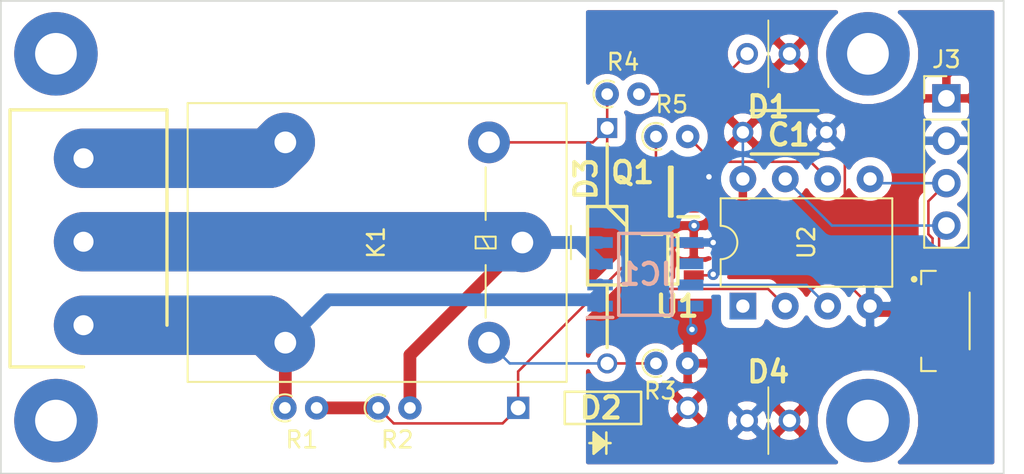
<source format=kicad_pcb>
(kicad_pcb (version 20171130) (host pcbnew 5.1.6+dfsg1-1)

  (general
    (thickness 1.6)
    (drawings 4)
    (tracks 91)
    (zones 0)
    (modules 22)
    (nets 18)
  )

  (page A4)
  (layers
    (0 F.Cu signal)
    (31 B.Cu signal)
    (32 B.Adhes user)
    (33 F.Adhes user)
    (34 B.Paste user)
    (35 F.Paste user)
    (36 B.SilkS user)
    (37 F.SilkS user)
    (38 B.Mask user)
    (39 F.Mask user)
    (40 Dwgs.User user)
    (41 Cmts.User user)
    (42 Eco1.User user)
    (43 Eco2.User user)
    (44 Edge.Cuts user)
    (45 Margin user)
    (46 B.CrtYd user)
    (47 F.CrtYd user)
    (48 B.Fab user)
    (49 F.Fab user)
  )

  (setup
    (last_trace_width 0.1524)
    (user_trace_width 0.508)
    (user_trace_width 0.762)
    (user_trace_width 1.524)
    (user_trace_width 3.048)
    (user_trace_width 3.556)
    (user_trace_width 9.271)
    (trace_clearance 0.1524)
    (zone_clearance 0.508)
    (zone_45_only no)
    (trace_min 0.1524)
    (via_size 0.6858)
    (via_drill 0.3302)
    (via_min_size 0.508)
    (via_min_drill 0.254)
    (uvia_size 0.6858)
    (uvia_drill 0.3302)
    (uvias_allowed no)
    (uvia_min_size 0.2)
    (uvia_min_drill 0.1)
    (edge_width 0.05)
    (segment_width 0.2)
    (pcb_text_width 0.3)
    (pcb_text_size 1.5 1.5)
    (mod_edge_width 0.12)
    (mod_text_size 1 1)
    (mod_text_width 0.15)
    (pad_size 5 5)
    (pad_drill 2.5)
    (pad_to_mask_clearance 0.0508)
    (solder_mask_min_width 0.101)
    (aux_axis_origin 0 0)
    (visible_elements FFFDFF7F)
    (pcbplotparams
      (layerselection 0x010fc_ffffffff)
      (usegerberextensions false)
      (usegerberattributes true)
      (usegerberadvancedattributes true)
      (creategerberjobfile true)
      (excludeedgelayer true)
      (linewidth 0.100000)
      (plotframeref false)
      (viasonmask false)
      (mode 1)
      (useauxorigin false)
      (hpglpennumber 1)
      (hpglpenspeed 20)
      (hpglpendiameter 15.000000)
      (psnegative false)
      (psa4output false)
      (plotreference true)
      (plotvalue true)
      (plotinvisibletext false)
      (padsonsilk false)
      (subtractmaskfromsilk false)
      (outputformat 1)
      (mirror false)
      (drillshape 1)
      (scaleselection 1)
      (outputdirectory ""))
  )

  (net 0 "")
  (net 1 COM)
  (net 2 "Net-(D3-Pad1)")
  (net 3 NO)
  (net 4 NC)
  (net 5 "Net-(D3-Pad2)")
  (net 6 "Net-(U2-Pad1)")
  (net 7 SDA)
  (net 8 VSENSE)
  (net 9 TGR)
  (net 10 SCL)
  (net 11 GND)
  (net 12 +3V3)
  (net 13 "Net-(D1-Pad1)")
  (net 14 "Net-(D2-Pad2)")
  (net 15 ISENSE)
  (net 16 "Net-(IC1-Pad6)")
  (net 17 "Net-(Q1-Pad1)")

  (net_class Default "This is the default net class."
    (clearance 0.1524)
    (trace_width 0.1524)
    (via_dia 0.6858)
    (via_drill 0.3302)
    (uvia_dia 0.6858)
    (uvia_drill 0.3302)
    (add_net +3V3)
    (add_net COM)
    (add_net GND)
    (add_net ISENSE)
    (add_net NC)
    (add_net NO)
    (add_net "Net-(D1-Pad1)")
    (add_net "Net-(D2-Pad2)")
    (add_net "Net-(D3-Pad1)")
    (add_net "Net-(D3-Pad2)")
    (add_net "Net-(IC1-Pad6)")
    (add_net "Net-(Q1-Pad1)")
    (add_net "Net-(U2-Pad1)")
    (add_net SCL)
    (add_net SDA)
    (add_net TGR)
    (add_net VSENSE)
  )

  (module smart-relay:K104K15X7RF53H5 (layer F.Cu) (tedit 0) (tstamp 5FC44D1D)
    (at 70.445 51.943 180)
    (descr K104K15X7RF53H5)
    (tags Capacitor)
    (path /5FC51BF5)
    (fp_text reference C1 (at -0.245 -0.159) (layer F.SilkS)
      (effects (font (size 1.27 1.27) (thickness 0.254)))
    )
    (fp_text value C (at -0.245 -0.159) (layer F.SilkS) hide
      (effects (font (size 1.27 1.27) (thickness 0.254)))
    )
    (fp_text user %R (at -0.245 -0.159) (layer F.Fab)
      (effects (font (size 1.27 1.27) (thickness 0.254)))
    )
    (fp_line (start -2 -1.3) (end 2 -1.3) (layer F.Fab) (width 0.2))
    (fp_line (start 2 -1.3) (end 2 1.3) (layer F.Fab) (width 0.2))
    (fp_line (start 2 1.3) (end -2 1.3) (layer F.Fab) (width 0.2))
    (fp_line (start -2 1.3) (end -2 -1.3) (layer F.Fab) (width 0.2))
    (fp_line (start -2 -1.3) (end 2 -1.3) (layer F.SilkS) (width 0.2))
    (fp_line (start -2 1.3) (end 2 1.3) (layer F.SilkS) (width 0.2))
    (pad 1 thru_hole circle (at -2.5 0 180) (size 1.25 1.25) (drill 0.75) (layers *.Cu *.Mask)
      (net 11 GND))
    (pad 2 thru_hole circle (at 2.5 0 180) (size 1.25 1.25) (drill 0.75) (layers *.Cu *.Mask)
      (net 12 +3V3))
  )

  (module Connector_PinHeader_2.54mm:PinHeader_1x04_P2.54mm_Vertical (layer F.Cu) (tedit 59FED5CC) (tstamp 5FC3EBE9)
    (at 80.137 49.911)
    (descr "Through hole straight pin header, 1x04, 2.54mm pitch, single row")
    (tags "Through hole pin header THT 1x04 2.54mm single row")
    (path /5FC40FD3)
    (fp_text reference J3 (at 0 -2.33) (layer F.SilkS)
      (effects (font (size 1 1) (thickness 0.15)))
    )
    (fp_text value Conn_01x04 (at 0 9.95) (layer F.Fab)
      (effects (font (size 1 1) (thickness 0.15)))
    )
    (fp_text user %R (at 0 3.81 90) (layer F.Fab)
      (effects (font (size 1 1) (thickness 0.15)))
    )
    (fp_line (start -0.635 -1.27) (end 1.27 -1.27) (layer F.Fab) (width 0.1))
    (fp_line (start 1.27 -1.27) (end 1.27 8.89) (layer F.Fab) (width 0.1))
    (fp_line (start 1.27 8.89) (end -1.27 8.89) (layer F.Fab) (width 0.1))
    (fp_line (start -1.27 8.89) (end -1.27 -0.635) (layer F.Fab) (width 0.1))
    (fp_line (start -1.27 -0.635) (end -0.635 -1.27) (layer F.Fab) (width 0.1))
    (fp_line (start -1.33 8.95) (end 1.33 8.95) (layer F.SilkS) (width 0.12))
    (fp_line (start -1.33 1.27) (end -1.33 8.95) (layer F.SilkS) (width 0.12))
    (fp_line (start 1.33 1.27) (end 1.33 8.95) (layer F.SilkS) (width 0.12))
    (fp_line (start -1.33 1.27) (end 1.33 1.27) (layer F.SilkS) (width 0.12))
    (fp_line (start -1.33 0) (end -1.33 -1.33) (layer F.SilkS) (width 0.12))
    (fp_line (start -1.33 -1.33) (end 0 -1.33) (layer F.SilkS) (width 0.12))
    (fp_line (start -1.8 -1.8) (end -1.8 9.4) (layer F.CrtYd) (width 0.05))
    (fp_line (start -1.8 9.4) (end 1.8 9.4) (layer F.CrtYd) (width 0.05))
    (fp_line (start 1.8 9.4) (end 1.8 -1.8) (layer F.CrtYd) (width 0.05))
    (fp_line (start 1.8 -1.8) (end -1.8 -1.8) (layer F.CrtYd) (width 0.05))
    (pad 4 thru_hole oval (at 0 7.62) (size 1.7 1.7) (drill 1) (layers *.Cu *.Mask)
      (net 10 SCL))
    (pad 3 thru_hole oval (at 0 5.08) (size 1.7 1.7) (drill 1) (layers *.Cu *.Mask)
      (net 7 SDA))
    (pad 2 thru_hole oval (at 0 2.54) (size 1.7 1.7) (drill 1) (layers *.Cu *.Mask)
      (net 11 GND))
    (pad 1 thru_hole rect (at 0 0) (size 1.7 1.7) (drill 1) (layers *.Cu *.Mask)
      (net 12 +3V3))
    (model ${KISYS3DMOD}/Connector_PinHeader_2.54mm.3dshapes/PinHeader_1x04_P2.54mm_Vertical.wrl
      (at (xyz 0 0 0))
      (scale (xyz 1 1 1))
      (rotate (xyz 0 0 0))
    )
  )

  (module MountingHole:MountingHole_2.5mm_Pad (layer F.Cu) (tedit 5FBF49FB) (tstamp 5FBF4FFF)
    (at 26.797 47.244)
    (descr "Mounting Hole 2.5mm")
    (tags "mounting hole 2.5mm")
    (attr virtual)
    (fp_text reference REF** (at 0 -3.5) (layer F.SilkS) hide
      (effects (font (size 1 1) (thickness 0.15)))
    )
    (fp_text value MountingHole_2.5mm_Pad (at 0 3.5) (layer F.Fab) hide
      (effects (font (size 1 1) (thickness 0.15)))
    )
    (fp_circle (center 0 0) (end 2.75 0) (layer F.CrtYd) (width 0.05))
    (fp_circle (center 0 0) (end 2.5 0) (layer Cmts.User) (width 0.15))
    (fp_text user %R (at 0.3 0) (layer F.Fab) hide
      (effects (font (size 1 1) (thickness 0.15)))
    )
    (pad 1 thru_hole circle (at 0 0) (size 5 5) (drill 2.5) (layers *.Cu *.Mask))
  )

  (module MountingHole:MountingHole_2.5mm_Pad (layer F.Cu) (tedit 5FBF4A45) (tstamp 5FBF4FFF)
    (at 26.797 69.215)
    (descr "Mounting Hole 2.5mm")
    (tags "mounting hole 2.5mm")
    (attr virtual)
    (fp_text reference REF** (at 0 -3.5) (layer F.SilkS) hide
      (effects (font (size 1 1) (thickness 0.15)))
    )
    (fp_text value MountingHole_2.5mm_Pad (at 0 3.5) (layer F.Fab) hide
      (effects (font (size 1 1) (thickness 0.15)))
    )
    (fp_circle (center 0 0) (end 2.75 0) (layer F.CrtYd) (width 0.05))
    (fp_circle (center 0 0) (end 2.5 0) (layer Cmts.User) (width 0.15))
    (fp_text user %R (at 0.3 0) (layer F.Fab) hide
      (effects (font (size 1 1) (thickness 0.15)))
    )
    (pad 4 thru_hole circle (at 0 0) (size 5 5) (drill 2.5) (layers *.Cu *.Mask))
  )

  (module MountingHole:MountingHole_2.5mm_Pad (layer F.Cu) (tedit 5FBF4A3A) (tstamp 5FBF4FF5)
    (at 75.438 69.215)
    (descr "Mounting Hole 2.5mm")
    (tags "mounting hole 2.5mm")
    (attr virtual)
    (fp_text reference REF** (at 0 -3.5) (layer F.SilkS) hide
      (effects (font (size 1 1) (thickness 0.15)))
    )
    (fp_text value MountingHole_2.5mm_Pad (at 0 3.5) (layer F.Fab) hide
      (effects (font (size 1 1) (thickness 0.15)))
    )
    (fp_circle (center 0 0) (end 2.75 0) (layer F.CrtYd) (width 0.05))
    (fp_circle (center 0 0) (end 2.5 0) (layer Cmts.User) (width 0.15))
    (fp_text user %R (at 0.3 0) (layer F.Fab) hide
      (effects (font (size 1 1) (thickness 0.15)))
    )
    (pad 3 thru_hole circle (at 0 0) (size 5 5) (drill 2.5) (layers *.Cu *.Mask))
  )

  (module MountingHole:MountingHole_2.5mm_Pad (layer F.Cu) (tedit 5FBF4A18) (tstamp 5FBF4E9B)
    (at 75.438 47.244)
    (descr "Mounting Hole 2.5mm")
    (tags "mounting hole 2.5mm")
    (attr virtual)
    (fp_text reference REF** (at 0 -3.5) (layer F.SilkS) hide
      (effects (font (size 1 1) (thickness 0.15)))
    )
    (fp_text value MountingHole_2.5mm_Pad (at 0 3.5) (layer F.Fab) hide
      (effects (font (size 1 1) (thickness 0.15)))
    )
    (fp_circle (center 0 0) (end 2.75 0) (layer F.CrtYd) (width 0.05))
    (fp_circle (center 0 0) (end 2.5 0) (layer Cmts.User) (width 0.15))
    (fp_text user %R (at 0.3 0) (layer F.Fab) hide
      (effects (font (size 1 1) (thickness 0.15)))
    )
    (pad 2 thru_hole circle (at 0 0) (size 5 5) (drill 2.5) (layers *.Cu *.Mask))
  )

  (module Relay_THT:Relay_SPDT_Omron-G5LE-1 (layer F.Cu) (tedit 5AE38B37) (tstamp 5FBB6422)
    (at 54.737 58.547 270)
    (descr "Omron Relay SPDT, http://www.omron.com/ecb/products/pdf/en-g5le.pdf")
    (tags "Omron Relay SPDT")
    (path /5FA2001B)
    (fp_text reference K1 (at 0 8.763 90) (layer F.SilkS)
      (effects (font (size 1 1) (thickness 0.15)))
    )
    (fp_text value G5LE-1 (at 0 20.95 90) (layer F.Fab)
      (effects (font (size 1 1) (thickness 0.15)))
    )
    (fp_line (start -8.5 20.2) (end 8.5 20.2) (layer F.CrtYd) (width 0.05))
    (fp_line (start -8.5 -2.8) (end -8.5 20.2) (layer F.CrtYd) (width 0.05))
    (fp_line (start 8.5 -2.8) (end -8.5 -2.8) (layer F.CrtYd) (width 0.05))
    (fp_line (start 8.5 20.2) (end 8.5 -2.8) (layer F.CrtYd) (width 0.05))
    (fp_line (start 1.35 2.2) (end 4.5 2.2) (layer F.SilkS) (width 0.12))
    (fp_line (start -4.5 2.2) (end -1.35 2.2) (layer F.SilkS) (width 0.12))
    (fp_line (start -1 -2.91) (end 1 -2.91) (layer F.SilkS) (width 0.12))
    (fp_line (start -0.35 2.8) (end 0.35 2.8) (layer F.SilkS) (width 0.12))
    (fp_line (start -0.35 1.6) (end -0.35 2.8) (layer F.SilkS) (width 0.12))
    (fp_line (start 0.35 1.6) (end -0.35 1.6) (layer F.SilkS) (width 0.12))
    (fp_line (start 0.35 2.8) (end 0.35 1.6) (layer F.SilkS) (width 0.12))
    (fp_line (start -0.35 2.4) (end 0.35 2) (layer F.SilkS) (width 0.12))
    (fp_line (start -8.35 20.05) (end 8.35 20.05) (layer F.SilkS) (width 0.12))
    (fp_line (start -8.35 -2.65) (end -8.35 20.05) (layer F.SilkS) (width 0.12))
    (fp_line (start 8.35 -2.65) (end -8.35 -2.65) (layer F.SilkS) (width 0.12))
    (fp_line (start 8.35 20.05) (end 8.35 -2.65) (layer F.SilkS) (width 0.12))
    (fp_line (start -4.5 2) (end 4.5 2) (layer F.Fab) (width 0.1))
    (fp_line (start -1 -2.55) (end 0 -1.55) (layer F.Fab) (width 0.1))
    (fp_line (start -8.25 -2.55) (end -1 -2.55) (layer F.Fab) (width 0.1))
    (fp_line (start -8.25 19.95) (end -8.25 -2.55) (layer F.Fab) (width 0.1))
    (fp_line (start 8.25 19.95) (end -8.25 19.95) (layer F.Fab) (width 0.1))
    (fp_line (start 8.25 -2.55) (end 8.25 19.95) (layer F.Fab) (width 0.1))
    (fp_line (start 1 -2.55) (end 8.25 -2.55) (layer F.Fab) (width 0.1))
    (fp_line (start 0 -1.55) (end 1 -2.55) (layer F.Fab) (width 0.1))
    (fp_text user %R (at 0 8.7 90) (layer F.Fab)
      (effects (font (size 1 1) (thickness 0.15)))
    )
    (pad 1 thru_hole rect (at 0 0 270) (size 2.5 2.5) (drill 1.3) (layers *.Cu *.Mask)
      (net 1 COM))
    (pad 2 thru_hole oval (at -6 2 270) (size 2.5 2.5) (drill 1.3) (layers *.Cu *.Mask)
      (net 2 "Net-(D3-Pad1)"))
    (pad 3 thru_hole oval (at -6 14.2 270) (size 2.5 2.5) (drill 1.3) (layers *.Cu *.Mask)
      (net 3 NO))
    (pad 4 thru_hole oval (at 6 14.2 270) (size 2.5 2.5) (drill 1.3) (layers *.Cu *.Mask)
      (net 4 NC))
    (pad 5 thru_hole oval (at 6 2 270) (size 2.5 2.5) (drill 1.3) (layers *.Cu *.Mask)
      (net 5 "Net-(D3-Pad2)"))
    (model ${KISYS3DMOD}/Relay_THT.3dshapes/Relay_SPDT_Omron-G5LE-1.wrl
      (at (xyz 0 0 0))
      (scale (xyz 1 1 1))
      (rotate (xyz 0 0 0))
    )
  )

  (module Package_DIP:DIP-8_W7.62mm (layer F.Cu) (tedit 5A02E8C5) (tstamp 5FBB643E)
    (at 67.945 62.357 90)
    (descr "8-lead though-hole mounted DIP package, row spacing 7.62 mm (300 mils)")
    (tags "THT DIP DIL PDIP 2.54mm 7.62mm 300mil")
    (path /5FA464BB)
    (fp_text reference U2 (at 3.81 3.81 90) (layer F.SilkS)
      (effects (font (size 1 1) (thickness 0.15)))
    )
    (fp_text value ATtiny85-20PU (at 3.81 9.95 90) (layer F.Fab)
      (effects (font (size 1 1) (thickness 0.15)))
    )
    (fp_line (start 8.7 -1.55) (end -1.1 -1.55) (layer F.CrtYd) (width 0.05))
    (fp_line (start 8.7 9.15) (end 8.7 -1.55) (layer F.CrtYd) (width 0.05))
    (fp_line (start -1.1 9.15) (end 8.7 9.15) (layer F.CrtYd) (width 0.05))
    (fp_line (start -1.1 -1.55) (end -1.1 9.15) (layer F.CrtYd) (width 0.05))
    (fp_line (start 6.46 -1.33) (end 4.81 -1.33) (layer F.SilkS) (width 0.12))
    (fp_line (start 6.46 8.95) (end 6.46 -1.33) (layer F.SilkS) (width 0.12))
    (fp_line (start 1.16 8.95) (end 6.46 8.95) (layer F.SilkS) (width 0.12))
    (fp_line (start 1.16 -1.33) (end 1.16 8.95) (layer F.SilkS) (width 0.12))
    (fp_line (start 2.81 -1.33) (end 1.16 -1.33) (layer F.SilkS) (width 0.12))
    (fp_line (start 0.635 -0.27) (end 1.635 -1.27) (layer F.Fab) (width 0.1))
    (fp_line (start 0.635 8.89) (end 0.635 -0.27) (layer F.Fab) (width 0.1))
    (fp_line (start 6.985 8.89) (end 0.635 8.89) (layer F.Fab) (width 0.1))
    (fp_line (start 6.985 -1.27) (end 6.985 8.89) (layer F.Fab) (width 0.1))
    (fp_line (start 1.635 -1.27) (end 6.985 -1.27) (layer F.Fab) (width 0.1))
    (fp_arc (start 3.81 -1.33) (end 2.81 -1.33) (angle -180) (layer F.SilkS) (width 0.12))
    (fp_text user %R (at 3.81 3.81 90) (layer F.Fab)
      (effects (font (size 1 1) (thickness 0.15)))
    )
    (pad 1 thru_hole rect (at 0 0 90) (size 1.6 1.6) (drill 0.8) (layers *.Cu *.Mask)
      (net 6 "Net-(U2-Pad1)"))
    (pad 5 thru_hole oval (at 7.62 7.62 90) (size 1.6 1.6) (drill 0.8) (layers *.Cu *.Mask)
      (net 7 SDA))
    (pad 2 thru_hole oval (at 0 2.54 90) (size 1.6 1.6) (drill 0.8) (layers *.Cu *.Mask)
      (net 8 VSENSE))
    (pad 6 thru_hole oval (at 7.62 5.08 90) (size 1.6 1.6) (drill 0.8) (layers *.Cu *.Mask)
      (net 9 TGR))
    (pad 3 thru_hole oval (at 0 5.08 90) (size 1.6 1.6) (drill 0.8) (layers *.Cu *.Mask)
      (net 15 ISENSE))
    (pad 7 thru_hole oval (at 7.62 2.54 90) (size 1.6 1.6) (drill 0.8) (layers *.Cu *.Mask)
      (net 10 SCL))
    (pad 4 thru_hole oval (at 0 7.62 90) (size 1.6 1.6) (drill 0.8) (layers *.Cu *.Mask)
      (net 11 GND))
    (pad 8 thru_hole oval (at 7.62 0 90) (size 1.6 1.6) (drill 0.8) (layers *.Cu *.Mask)
      (net 12 +3V3))
    (model ${KISYS3DMOD}/Package_DIP.3dshapes/DIP-8_W7.62mm.wrl
      (at (xyz 0 0 0))
      (scale (xyz 1 1 1))
      (rotate (xyz 0 0 0))
    )
  )

  (module smart-relay:LTL4232 (layer F.Cu) (tedit 0) (tstamp 5FBDAF5C)
    (at 68.199 47.244)
    (descr LTL-4232-2)
    (tags LED)
    (path /5FA2A424)
    (fp_text reference D1 (at 1.27 3.175) (layer F.SilkS)
      (effects (font (size 1.27 1.27) (thickness 0.254)))
    )
    (fp_text value LED (at 1.27 0) (layer F.SilkS) hide
      (effects (font (size 1.27 1.27) (thickness 0.254)))
    )
    (fp_line (start -1.73 -3) (end 4.27 -3) (layer F.CrtYd) (width 0.1))
    (fp_line (start 4.27 -3) (end 4.27 3) (layer F.CrtYd) (width 0.1))
    (fp_line (start 4.27 3) (end -1.73 3) (layer F.CrtYd) (width 0.1))
    (fp_line (start -1.73 3) (end -1.73 -3) (layer F.CrtYd) (width 0.1))
    (fp_line (start -0.73 0) (end -0.73 0) (layer F.Fab) (width 0.2))
    (fp_line (start 3.27 0) (end 3.27 0) (layer F.Fab) (width 0.2))
    (fp_line (start 1.27 -2) (end 1.27 2) (layer F.SilkS) (width 0.1))
    (fp_line (start 1.27 2) (end 1.27 -2) (layer F.SilkS) (width 0.1))
    (fp_arc (start 1.27 0) (end 3.27 0) (angle -180) (layer F.Fab) (width 0.2))
    (fp_arc (start 1.27 0) (end -0.73 0) (angle -180) (layer F.Fab) (width 0.2))
    (fp_text user %R (at 1.27 3.175) (layer F.Fab)
      (effects (font (size 1.27 1.27) (thickness 0.254)))
    )
    (pad 2 thru_hole circle (at 2.54 0) (size 1.3 1.3) (drill 0.8) (layers *.Cu *.Mask)
      (net 12 +3V3))
    (pad 1 thru_hole circle (at 0 0) (size 1.3 1.3) (drill 0.8) (layers *.Cu *.Mask)
      (net 13 "Net-(D1-Pad1)"))
    (model LTL-4232.stp
      (at (xyz 0 0 0))
      (scale (xyz 1 1 1))
      (rotate (xyz 0 0 0))
    )
  )

  (module smart-relay:DIO_1N4447 (layer F.Cu) (tedit 0) (tstamp 5FBDAF8B)
    (at 54.483 68.453 180)
    (descr DIO_1N4447)
    (tags Diode)
    (path /5FB59187)
    (fp_text reference D2 (at -4.953 0) (layer F.SilkS)
      (effects (font (size 1.27 1.27) (thickness 0.254)))
    )
    (fp_text value D_Schottky (at -9.779 -3.7592) (layer F.SilkS) hide
      (effects (font (size 1.27 1.27) (thickness 0.254)))
    )
    (fp_line (start -7.366 -0.9652) (end -7.366 0.9652) (layer F.Fab) (width 0.1524))
    (fp_line (start -2.794 -0.9652) (end -7.366 -0.9652) (layer F.Fab) (width 0.1524))
    (fp_line (start -2.794 0.9652) (end -2.794 -0.9652) (layer F.Fab) (width 0.1524))
    (fp_line (start -7.366 0.9652) (end -2.794 0.9652) (layer F.Fab) (width 0.1524))
    (fp_line (start 0 0) (end -2.794 0) (layer F.Fab) (width 0.1524))
    (fp_line (start -10.16 0) (end -7.366 0) (layer F.Fab) (width 0.1524))
    (fp_line (start -4.5212 -2.7432) (end -4.5212 -1.4732) (layer F.Fab) (width 0.1524))
    (fp_line (start -5.2832 -2.1082) (end -4.5212 -1.9812) (layer F.Fab) (width 0.1524))
    (fp_line (start -5.2832 -2.1082) (end -4.5212 -1.8542) (layer F.Fab) (width 0.1524))
    (fp_line (start -5.2832 -2.1082) (end -4.5212 -1.7272) (layer F.Fab) (width 0.1524))
    (fp_line (start -5.2832 -2.1082) (end -4.5212 -1.6002) (layer F.Fab) (width 0.1524))
    (fp_line (start -5.2832 -2.1082) (end -4.5212 -1.4732) (layer F.Fab) (width 0.1524))
    (fp_line (start -5.2832 -2.1082) (end -4.5212 -2.2352) (layer F.Fab) (width 0.1524))
    (fp_line (start -5.2832 -2.1082) (end -4.5212 -2.3622) (layer F.Fab) (width 0.1524))
    (fp_line (start -5.2832 -2.1082) (end -4.5212 -2.4892) (layer F.Fab) (width 0.1524))
    (fp_line (start -5.2832 -2.1082) (end -4.5212 -2.6162) (layer F.Fab) (width 0.1524))
    (fp_line (start -5.2832 -2.1082) (end -4.5212 -2.7432) (layer F.Fab) (width 0.1524))
    (fp_line (start -5.2832 -2.1082) (end -5.2832 -1.4732) (layer F.Fab) (width 0.1524))
    (fp_line (start -5.2832 -2.7432) (end -5.2832 -2.1082) (layer F.Fab) (width 0.1524))
    (fp_line (start -5.2832 -2.1082) (end -5.5372 -2.1082) (layer F.Fab) (width 0.1524))
    (fp_line (start -4.2672 -2.1082) (end -5.2832 -2.1082) (layer F.Fab) (width 0.1524))
    (fp_line (start -7.366 -0.9652) (end -7.366 0.9652) (layer F.SilkS) (width 0.1524))
    (fp_line (start -2.794 -0.9652) (end -7.366 -0.9652) (layer F.SilkS) (width 0.1524))
    (fp_line (start -2.794 0.9652) (end -2.794 -0.9652) (layer F.SilkS) (width 0.1524))
    (fp_line (start -7.366 0.9652) (end -2.794 0.9652) (layer F.SilkS) (width 0.1524))
    (fp_line (start -4.5212 -2.7432) (end -4.5212 -1.4732) (layer F.SilkS) (width 0.1524))
    (fp_line (start -5.2832 -2.1082) (end -4.5212 -1.9812) (layer F.SilkS) (width 0.1524))
    (fp_line (start -5.2832 -2.1082) (end -4.5212 -1.8542) (layer F.SilkS) (width 0.1524))
    (fp_line (start -5.2832 -2.1082) (end -4.5212 -1.7272) (layer F.SilkS) (width 0.1524))
    (fp_line (start -5.2832 -2.1082) (end -4.5212 -1.6002) (layer F.SilkS) (width 0.1524))
    (fp_line (start -5.2832 -2.1082) (end -4.5212 -1.4732) (layer F.SilkS) (width 0.1524))
    (fp_line (start -5.2832 -2.1082) (end -4.5212 -2.2352) (layer F.SilkS) (width 0.1524))
    (fp_line (start -5.2832 -2.1082) (end -4.5212 -2.3622) (layer F.SilkS) (width 0.1524))
    (fp_line (start -5.2832 -2.1082) (end -4.5212 -2.4892) (layer F.SilkS) (width 0.1524))
    (fp_line (start -5.2832 -2.1082) (end -4.5212 -2.6162) (layer F.SilkS) (width 0.1524))
    (fp_line (start -5.2832 -2.1082) (end -4.5212 -2.7432) (layer F.SilkS) (width 0.1524))
    (fp_line (start -5.2832 -2.1082) (end -5.2832 -1.4732) (layer F.SilkS) (width 0.1524))
    (fp_line (start -5.2832 -2.7432) (end -5.2832 -2.1082) (layer F.SilkS) (width 0.1524))
    (fp_line (start -5.2832 -2.1082) (end -5.5372 -2.1082) (layer F.SilkS) (width 0.1524))
    (fp_line (start -4.2672 -2.1082) (end -5.2832 -2.1082) (layer F.SilkS) (width 0.1524))
    (fp_text user %R (at -4.953 0) (layer F.Fab)
      (effects (font (size 1.27 1.27) (thickness 0.254)))
    )
    (pad 1 thru_hole circle (at -10.16 0 180) (size 1.3335 1.3335) (drill 0.889) (layers *.Cu *.Mask)
      (net 12 +3V3))
    (pad 2 thru_hole rect (at 0 0 180) (size 1.3335 1.3335) (drill 0.889) (layers *.Cu *.Mask)
      (net 14 "Net-(D2-Pad2)"))
  )

  (module smart-relay:DIOAD1410W60L470D235 (layer F.Cu) (tedit 0) (tstamp 5FBDAFA4)
    (at 59.817 51.689 270)
    (descr RL1N4007-T)
    (tags Diode)
    (path /5FA2172C)
    (fp_text reference D3 (at 3.048 1.27 90) (layer F.SilkS)
      (effects (font (size 1.27 1.27) (thickness 0.254)))
    )
    (fp_text value "Flywheel Diode" (at 0 0 90) (layer F.SilkS) hide
      (effects (font (size 1.27 1.27) (thickness 0.254)))
    )
    (fp_line (start 9.4 0) (end 13.15 0) (layer F.SilkS) (width 0.2))
    (fp_line (start 0.95 0) (end 4.7 0) (layer F.SilkS) (width 0.2))
    (fp_line (start 4.7 0) (end 5.875 -1.175) (layer F.SilkS) (width 0.2))
    (fp_line (start 4.7 1.175) (end 4.7 -1.175) (layer F.SilkS) (width 0.2))
    (fp_line (start 9.4 1.175) (end 4.7 1.175) (layer F.SilkS) (width 0.2))
    (fp_line (start 9.4 -1.175) (end 9.4 1.175) (layer F.SilkS) (width 0.2))
    (fp_line (start 4.7 -1.175) (end 9.4 -1.175) (layer F.SilkS) (width 0.2))
    (fp_line (start 9.4 0) (end 14.1 0) (layer F.Fab) (width 0.1))
    (fp_line (start 0 0) (end 4.7 0) (layer F.Fab) (width 0.1))
    (fp_line (start 4.7 0) (end 5.875 -1.175) (layer F.Fab) (width 0.1))
    (fp_line (start 4.7 1.175) (end 4.7 -1.175) (layer F.Fab) (width 0.1))
    (fp_line (start 9.4 1.175) (end 4.7 1.175) (layer F.Fab) (width 0.1))
    (fp_line (start 9.4 -1.175) (end 9.4 1.175) (layer F.Fab) (width 0.1))
    (fp_line (start 4.7 -1.175) (end 9.4 -1.175) (layer F.Fab) (width 0.1))
    (fp_line (start -0.85 1.525) (end -0.85 -1.525) (layer F.CrtYd) (width 0.05))
    (fp_line (start 14.95 1.525) (end -0.85 1.525) (layer F.CrtYd) (width 0.05))
    (fp_line (start 14.95 -1.525) (end 14.95 1.525) (layer F.CrtYd) (width 0.05))
    (fp_line (start -0.85 -1.525) (end 14.95 -1.525) (layer F.CrtYd) (width 0.05))
    (fp_text user %R (at 3.048 1.27 90) (layer F.Fab)
      (effects (font (size 1.27 1.27) (thickness 0.254)))
    )
    (pad 1 thru_hole rect (at 0 0 270) (size 1.2 1.2) (drill 0.8) (layers *.Cu *.Mask)
      (net 2 "Net-(D3-Pad1)"))
    (pad 2 thru_hole circle (at 14.1 0 270) (size 1.2 1.2) (drill 0.8) (layers *.Cu *.Mask)
      (net 5 "Net-(D3-Pad2)"))
    (model RL1N4007-T.stp
      (at (xyz 0 0 0))
      (scale (xyz 1 1 1))
      (rotate (xyz 0 0 0))
    )
  )

  (module smart-relay:LTL4232 (layer F.Cu) (tedit 0) (tstamp 5FBDAFB5)
    (at 68.199 69.215)
    (descr LTL-4232-2)
    (tags LED)
    (path /5FCCB65C)
    (fp_text reference D4 (at 1.27 -2.921) (layer F.SilkS)
      (effects (font (size 1.27 1.27) (thickness 0.254)))
    )
    (fp_text value LED (at 1.27 0) (layer F.SilkS) hide
      (effects (font (size 1.27 1.27) (thickness 0.254)))
    )
    (fp_line (start 1.27 2) (end 1.27 -2) (layer F.SilkS) (width 0.1))
    (fp_line (start 1.27 -2) (end 1.27 2) (layer F.SilkS) (width 0.1))
    (fp_line (start 3.27 0) (end 3.27 0) (layer F.Fab) (width 0.2))
    (fp_line (start -0.73 0) (end -0.73 0) (layer F.Fab) (width 0.2))
    (fp_line (start -1.73 3) (end -1.73 -3) (layer F.CrtYd) (width 0.1))
    (fp_line (start 4.27 3) (end -1.73 3) (layer F.CrtYd) (width 0.1))
    (fp_line (start 4.27 -3) (end 4.27 3) (layer F.CrtYd) (width 0.1))
    (fp_line (start -1.73 -3) (end 4.27 -3) (layer F.CrtYd) (width 0.1))
    (fp_text user %R (at 1.27 -2.921) (layer F.Fab)
      (effects (font (size 1.27 1.27) (thickness 0.254)))
    )
    (fp_arc (start 1.27 0) (end -0.73 0) (angle -180) (layer F.Fab) (width 0.2))
    (fp_arc (start 1.27 0) (end 3.27 0) (angle -180) (layer F.Fab) (width 0.2))
    (pad 1 thru_hole circle (at 0 0) (size 1.3 1.3) (drill 0.8) (layers *.Cu *.Mask)
      (net 11 GND))
    (pad 2 thru_hole circle (at 2.54 0) (size 1.3 1.3) (drill 0.8) (layers *.Cu *.Mask)
      (net 12 +3V3))
    (model LTL-4232.stp
      (at (xyz 0 0 0))
      (scale (xyz 1 1 1))
      (rotate (xyz 0 0 0))
    )
  )

  (module smart-relay:SOIC127P600X175-8N (layer B.Cu) (tedit 0) (tstamp 5FBDAFD0)
    (at 62.103 60.452)
    (descr D)
    (tags "Integrated Circuit")
    (path /5FCE5121)
    (attr smd)
    (fp_text reference IC1 (at 0 0) (layer B.SilkS)
      (effects (font (size 1.27 1.27) (thickness 0.254)) (justify mirror))
    )
    (fp_text value TMCS1101A4BQDR (at 0 0) (layer B.SilkS) hide
      (effects (font (size 1.27 1.27) (thickness 0.254)) (justify mirror))
    )
    (fp_line (start -3.475 2.58) (end -1.948 2.58) (layer B.SilkS) (width 0.2))
    (fp_line (start -1.598 -2.452) (end -1.598 2.452) (layer B.SilkS) (width 0.2))
    (fp_line (start 1.598 -2.452) (end -1.598 -2.452) (layer B.SilkS) (width 0.2))
    (fp_line (start 1.598 2.452) (end 1.598 -2.452) (layer B.SilkS) (width 0.2))
    (fp_line (start -1.598 2.452) (end 1.598 2.452) (layer B.SilkS) (width 0.2))
    (fp_line (start -1.948 1.182) (end -0.678 2.452) (layer B.Fab) (width 0.1))
    (fp_line (start -1.948 -2.452) (end -1.948 2.452) (layer B.Fab) (width 0.1))
    (fp_line (start 1.948 -2.452) (end -1.948 -2.452) (layer B.Fab) (width 0.1))
    (fp_line (start 1.948 2.452) (end 1.948 -2.452) (layer B.Fab) (width 0.1))
    (fp_line (start -1.948 2.452) (end 1.948 2.452) (layer B.Fab) (width 0.1))
    (fp_line (start -3.725 -2.75) (end -3.725 2.75) (layer B.CrtYd) (width 0.05))
    (fp_line (start 3.725 -2.75) (end -3.725 -2.75) (layer B.CrtYd) (width 0.05))
    (fp_line (start 3.725 2.75) (end 3.725 -2.75) (layer B.CrtYd) (width 0.05))
    (fp_line (start -3.725 2.75) (end 3.725 2.75) (layer B.CrtYd) (width 0.05))
    (fp_text user %R (at 0 0) (layer B.Fab)
      (effects (font (size 1.27 1.27) (thickness 0.254)) (justify mirror))
    )
    (pad 1 smd rect (at -2.711 1.905 270) (size 0.65 1.528) (layers B.Cu B.Paste B.Mask)
      (net 4 NC))
    (pad 2 smd rect (at -2.711 0.635 270) (size 0.65 1.528) (layers B.Cu B.Paste B.Mask)
      (net 4 NC))
    (pad 3 smd rect (at -2.711 -0.635 270) (size 0.65 1.528) (layers B.Cu B.Paste B.Mask)
      (net 1 COM))
    (pad 4 smd rect (at -2.711 -1.905 270) (size 0.65 1.528) (layers B.Cu B.Paste B.Mask)
      (net 1 COM))
    (pad 5 smd rect (at 2.711 -1.905 270) (size 0.65 1.528) (layers B.Cu B.Paste B.Mask)
      (net 11 GND))
    (pad 6 smd rect (at 2.711 -0.635 270) (size 0.65 1.528) (layers B.Cu B.Paste B.Mask)
      (net 16 "Net-(IC1-Pad6)"))
    (pad 7 smd rect (at 2.711 0.635 270) (size 0.65 1.528) (layers B.Cu B.Paste B.Mask)
      (net 15 ISENSE))
    (pad 8 smd rect (at 2.711 1.905 270) (size 0.65 1.528) (layers B.Cu B.Paste B.Mask)
      (net 12 +3V3))
    (model TMCS1101A4BQDR.stp
      (at (xyz 0 0 0))
      (scale (xyz 1 1 1))
      (rotate (xyz 0 0 0))
    )
  )

  (module smart-relay:SHDR3W100P0X500_1X3_1500X900X1290P (layer F.Cu) (tedit 0) (tstamp 5FBDAFE4)
    (at 28.448 63.5 90)
    (descr TB001-500-03BE)
    (tags Connector)
    (path /5FA3A8E3)
    (fp_text reference J1 (at 0 0 90) (layer F.SilkS) hide
      (effects (font (size 1.27 1.27) (thickness 0.254)))
    )
    (fp_text value Screw_Terminal_01x03 (at 0 0 90) (layer F.SilkS) hide
      (effects (font (size 1.27 1.27) (thickness 0.254)))
    )
    (fp_line (start -2.75 5.25) (end -2.75 -4.65) (layer F.CrtYd) (width 0.05))
    (fp_line (start -2.75 -4.65) (end 13.15 -4.65) (layer F.CrtYd) (width 0.05))
    (fp_line (start 13.15 -4.65) (end 13.15 5.25) (layer F.CrtYd) (width 0.05))
    (fp_line (start 13.15 5.25) (end -2.75 5.25) (layer F.CrtYd) (width 0.05))
    (fp_line (start -2.5 5) (end -2.5 -4.4) (layer F.Fab) (width 0.1))
    (fp_line (start -2.5 -4.4) (end 12.9 -4.4) (layer F.Fab) (width 0.1))
    (fp_line (start 12.9 -4.4) (end 12.9 5) (layer F.Fab) (width 0.1))
    (fp_line (start 12.9 5) (end -2.5 5) (layer F.Fab) (width 0.1))
    (fp_line (start 0 5) (end 12.9 5) (layer F.SilkS) (width 0.2))
    (fp_line (start 12.9 5) (end 12.9 -4.4) (layer F.SilkS) (width 0.2))
    (fp_line (start 12.9 -4.4) (end -2.5 -4.4) (layer F.SilkS) (width 0.2))
    (fp_line (start -2.5 -4.4) (end -2.5 0) (layer F.SilkS) (width 0.2))
    (fp_text user %R (at 0 0 90) (layer F.Fab)
      (effects (font (size 1.27 1.27) (thickness 0.254)))
    )
    (pad 3 thru_hole circle (at 10 0 90) (size 1.8 1.8) (drill 1.2) (layers *.Cu *.Mask)
      (net 3 NO))
    (pad 2 thru_hole circle (at 5 0 90) (size 1.8 1.8) (drill 1.2) (layers *.Cu *.Mask)
      (net 1 COM))
    (pad 1 thru_hole rect (at 0 0 90) (size 1.8 1.8) (drill 1.2) (layers *.Cu *.Mask)
      (net 4 NC))
    (model TB001-500-03BE.stp
      (at (xyz 0 0 0))
      (scale (xyz 1 1 1))
      (rotate (xyz 0 0 0))
    )
  )

  (module "smart-relay:CONN_BM04B-SRSS-TB(LF)(SN)" (layer F.Cu) (tedit 5FBD74CE) (tstamp 5FBDAFFD)
    (at 79.629 63.246 270)
    (path /5FC7553B)
    (fp_text reference J2 (at 0.175 -3.15 90) (layer F.SilkS) hide
      (effects (font (size 1 1) (thickness 0.015)))
    )
    (fp_text value Conn_01x04 (at 0 3.81 90) (layer F.Fab)
      (effects (font (size 1 1) (thickness 0.015)))
    )
    (fp_line (start -3 -1.9) (end 3 -1.9) (layer F.Fab) (width 0.127))
    (fp_line (start 3 -1.9) (end 3 1) (layer F.Fab) (width 0.127))
    (fp_line (start 3 1) (end -3 1) (layer F.Fab) (width 0.127))
    (fp_line (start -3 1) (end -3 -1.9) (layer F.Fab) (width 0.127))
    (fp_line (start -3 0.125) (end -3 1) (layer F.SilkS) (width 0.127))
    (fp_line (start -3 1) (end -2.2 1) (layer F.SilkS) (width 0.127))
    (fp_line (start 3 0.125) (end 3 1) (layer F.SilkS) (width 0.127))
    (fp_line (start 3 1) (end 2.2 1) (layer F.SilkS) (width 0.127))
    (fp_line (start -1.7 -1.9) (end 1.7 -1.9) (layer F.SilkS) (width 0.127))
    (fp_circle (center -2.5 1.425) (end -2.4 1.425) (layer F.SilkS) (width 0.2))
    (fp_circle (center -2.5 1.425) (end -2.4 1.425) (layer F.Fab) (width 0.2))
    (fp_line (start -3.65 -2.35) (end 3.65 -2.35) (layer F.CrtYd) (width 0.05))
    (fp_line (start 3.65 -2.35) (end 3.65 2.35) (layer F.CrtYd) (width 0.05))
    (fp_line (start 3.65 2.35) (end -3.65 2.35) (layer F.CrtYd) (width 0.05))
    (fp_line (start -3.65 2.35) (end -3.65 -2.35) (layer F.CrtYd) (width 0.05))
    (pad S2 smd rect (at 2.8 -1.2 270) (size 1.2 1.8) (layers F.Cu F.Paste F.Mask))
    (pad S1 smd rect (at -2.8 -1.2 270) (size 1.2 1.8) (layers F.Cu F.Paste F.Mask))
    (pad 4 smd rect (at 1.5 1.325 270) (size 0.6 1.55) (layers F.Cu F.Paste F.Mask)
      (net 10 SCL))
    (pad 3 smd rect (at 0.5 1.325 270) (size 0.6 1.55) (layers F.Cu F.Paste F.Mask)
      (net 7 SDA))
    (pad 2 smd rect (at -0.5 1.325 270) (size 0.6 1.55) (layers F.Cu F.Paste F.Mask)
      (net 11 GND))
    (pad 1 smd rect (at -1.5 1.325 270) (size 0.6 1.55) (layers F.Cu F.Paste F.Mask)
      (net 12 +3V3))
  )

  (module smart-relay:SOT96P237X111-3N (layer F.Cu) (tedit 0) (tstamp 5FBDB013)
    (at 63.627 55.499 180)
    (descr "SOT−23 (TO−236) CASE 318−08 ISSUE AS_a")
    (tags "MOSFET (N-Channel)")
    (path /5FBC7C46)
    (attr smd)
    (fp_text reference Q1 (at 2.286 1.143) (layer F.SilkS)
      (effects (font (size 1.27 1.27) (thickness 0.254)))
    )
    (fp_text value BSS138K (at 0 0) (layer F.SilkS) hide
      (effects (font (size 1.27 1.27) (thickness 0.254)))
    )
    (fp_line (start -1.925 -1.77) (end 1.925 -1.77) (layer F.CrtYd) (width 0.05))
    (fp_line (start 1.925 -1.77) (end 1.925 1.77) (layer F.CrtYd) (width 0.05))
    (fp_line (start 1.925 1.77) (end -1.925 1.77) (layer F.CrtYd) (width 0.05))
    (fp_line (start -1.925 1.77) (end -1.925 -1.77) (layer F.CrtYd) (width 0.05))
    (fp_line (start -0.65 -1.46) (end 0.65 -1.46) (layer F.Fab) (width 0.1))
    (fp_line (start 0.65 -1.46) (end 0.65 1.46) (layer F.Fab) (width 0.1))
    (fp_line (start 0.65 1.46) (end -0.65 1.46) (layer F.Fab) (width 0.1))
    (fp_line (start -0.65 1.46) (end -0.65 -1.46) (layer F.Fab) (width 0.1))
    (fp_line (start -0.65 -0.505) (end 0.305 -1.46) (layer F.Fab) (width 0.1))
    (fp_line (start -0.075 -1.46) (end 0.075 -1.46) (layer F.SilkS) (width 0.2))
    (fp_line (start 0.075 -1.46) (end 0.075 1.46) (layer F.SilkS) (width 0.2))
    (fp_line (start 0.075 1.46) (end -0.075 1.46) (layer F.SilkS) (width 0.2))
    (fp_line (start -0.075 1.46) (end -0.075 -1.46) (layer F.SilkS) (width 0.2))
    (fp_line (start -1.675 -1.505) (end -0.425 -1.505) (layer F.SilkS) (width 0.2))
    (fp_text user %R (at 2.286 1.143) (layer F.Fab)
      (effects (font (size 1.27 1.27) (thickness 0.254)))
    )
    (pad 3 smd rect (at 1.05 0 270) (size 0.6 1.25) (layers F.Cu F.Paste F.Mask)
      (net 2 "Net-(D3-Pad1)"))
    (pad 2 smd rect (at -1.05 0.955 270) (size 0.6 1.25) (layers F.Cu F.Paste F.Mask)
      (net 11 GND))
    (pad 1 smd rect (at -1.05 -0.955 270) (size 0.6 1.25) (layers F.Cu F.Paste F.Mask)
      (net 17 "Net-(Q1-Pad1)"))
    (model BSS138K.stp
      (at (xyz 0 0 0))
      (scale (xyz 1 1 1))
      (rotate (xyz 0 0 0))
    )
  )

  (module Resistor_THT:R_Axial_DIN0204_L3.6mm_D1.6mm_P1.90mm_Vertical (layer F.Cu) (tedit 5AE5139B) (tstamp 5FBDB021)
    (at 40.513 68.453)
    (descr "Resistor, Axial_DIN0204 series, Axial, Vertical, pin pitch=1.9mm, 0.167W, length*diameter=3.6*1.6mm^2, http://cdn-reichelt.de/documents/datenblatt/B400/1_4W%23YAG.pdf")
    (tags "Resistor Axial_DIN0204 series Axial Vertical pin pitch 1.9mm 0.167W length 3.6mm diameter 1.6mm")
    (path /5FB58CFC)
    (fp_text reference R1 (at 1.016 1.905) (layer F.SilkS)
      (effects (font (size 1 1) (thickness 0.15)))
    )
    (fp_text value 47k (at 0.95 1.92) (layer F.Fab)
      (effects (font (size 1 1) (thickness 0.15)))
    )
    (fp_circle (center 0 0) (end 0.8 0) (layer F.Fab) (width 0.1))
    (fp_line (start 0 0) (end 1.9 0) (layer F.Fab) (width 0.1))
    (fp_line (start -1.05 -1.05) (end -1.05 1.05) (layer F.CrtYd) (width 0.05))
    (fp_line (start -1.05 1.05) (end 2.86 1.05) (layer F.CrtYd) (width 0.05))
    (fp_line (start 2.86 1.05) (end 2.86 -1.05) (layer F.CrtYd) (width 0.05))
    (fp_line (start 2.86 -1.05) (end -1.05 -1.05) (layer F.CrtYd) (width 0.05))
    (fp_arc (start 0 0) (end 0.417133 -0.7) (angle -233.92106) (layer F.SilkS) (width 0.12))
    (fp_text user %R (at 0.95 1.905) (layer F.Fab)
      (effects (font (size 1 1) (thickness 0.15)))
    )
    (pad 1 thru_hole circle (at 0 0) (size 1.4 1.4) (drill 0.7) (layers *.Cu *.Mask)
      (net 4 NC))
    (pad 2 thru_hole oval (at 1.9 0) (size 1.4 1.4) (drill 0.7) (layers *.Cu *.Mask)
      (net 14 "Net-(D2-Pad2)"))
    (model ${KISYS3DMOD}/Resistor_THT.3dshapes/R_Axial_DIN0204_L3.6mm_D1.6mm_P1.90mm_Vertical.wrl
      (at (xyz 0 0 0))
      (scale (xyz 1 1 1))
      (rotate (xyz 0 0 0))
    )
  )

  (module Resistor_THT:R_Axial_DIN0204_L3.6mm_D1.6mm_P1.90mm_Vertical (layer F.Cu) (tedit 5AE5139B) (tstamp 5FBDB02F)
    (at 46.101 68.453)
    (descr "Resistor, Axial_DIN0204 series, Axial, Vertical, pin pitch=1.9mm, 0.167W, length*diameter=3.6*1.6mm^2, http://cdn-reichelt.de/documents/datenblatt/B400/1_4W%23YAG.pdf")
    (tags "Resistor Axial_DIN0204 series Axial Vertical pin pitch 1.9mm 0.167W length 3.6mm diameter 1.6mm")
    (path /5FB5BAB4)
    (fp_text reference R2 (at 1.143 1.905 -180) (layer F.SilkS)
      (effects (font (size 1 1) (thickness 0.15)))
    )
    (fp_text value 3.3k (at 0.95 1.92 -180) (layer F.Fab)
      (effects (font (size 1 1) (thickness 0.15)))
    )
    (fp_circle (center 0 0) (end 0.8 0) (layer F.Fab) (width 0.1))
    (fp_line (start 0 0) (end 1.9 0) (layer F.Fab) (width 0.1))
    (fp_line (start -1.05 -1.05) (end -1.05 1.05) (layer F.CrtYd) (width 0.05))
    (fp_line (start -1.05 1.05) (end 2.86 1.05) (layer F.CrtYd) (width 0.05))
    (fp_line (start 2.86 1.05) (end 2.86 -1.05) (layer F.CrtYd) (width 0.05))
    (fp_line (start 2.86 -1.05) (end -1.05 -1.05) (layer F.CrtYd) (width 0.05))
    (fp_arc (start 0 0) (end 0.417133 -0.7) (angle -233.92106) (layer F.SilkS) (width 0.12))
    (fp_text user %R (at 1.143 1.905 -180) (layer F.Fab)
      (effects (font (size 1 1) (thickness 0.15)))
    )
    (pad 1 thru_hole circle (at 0 0) (size 1.4 1.4) (drill 0.7) (layers *.Cu *.Mask)
      (net 14 "Net-(D2-Pad2)"))
    (pad 2 thru_hole oval (at 1.9 0) (size 1.4 1.4) (drill 0.7) (layers *.Cu *.Mask)
      (net 1 COM))
    (model ${KISYS3DMOD}/Resistor_THT.3dshapes/R_Axial_DIN0204_L3.6mm_D1.6mm_P1.90mm_Vertical.wrl
      (at (xyz 0 0 0))
      (scale (xyz 1 1 1))
      (rotate (xyz 0 0 0))
    )
  )

  (module Resistor_THT:R_Axial_DIN0204_L3.6mm_D1.6mm_P1.90mm_Vertical (layer F.Cu) (tedit 5AE5139B) (tstamp 5FBDB03D)
    (at 62.738 65.786)
    (descr "Resistor, Axial_DIN0204 series, Axial, Vertical, pin pitch=1.9mm, 0.167W, length*diameter=3.6*1.6mm^2, http://cdn-reichelt.de/documents/datenblatt/B400/1_4W%23YAG.pdf")
    (tags "Resistor Axial_DIN0204 series Axial Vertical pin pitch 1.9mm 0.167W length 3.6mm diameter 1.6mm")
    (path /5FA25990)
    (fp_text reference R3 (at 0.254 1.651) (layer F.SilkS)
      (effects (font (size 1 1) (thickness 0.15)))
    )
    (fp_text value "R 10" (at 0.95 1.92) (layer F.Fab)
      (effects (font (size 1 1) (thickness 0.15)))
    )
    (fp_circle (center 0 0) (end 0.8 0) (layer F.Fab) (width 0.1))
    (fp_line (start 0 0) (end 1.9 0) (layer F.Fab) (width 0.1))
    (fp_line (start -1.05 -1.05) (end -1.05 1.05) (layer F.CrtYd) (width 0.05))
    (fp_line (start -1.05 1.05) (end 2.86 1.05) (layer F.CrtYd) (width 0.05))
    (fp_line (start 2.86 1.05) (end 2.86 -1.05) (layer F.CrtYd) (width 0.05))
    (fp_line (start 2.86 -1.05) (end -1.05 -1.05) (layer F.CrtYd) (width 0.05))
    (fp_arc (start 0 0) (end 0.417133 -0.7) (angle -233.92106) (layer F.SilkS) (width 0.12))
    (fp_text user %R (at 0.254 1.651) (layer F.Fab)
      (effects (font (size 1 1) (thickness 0.15)))
    )
    (pad 1 thru_hole circle (at 0 0) (size 1.4 1.4) (drill 0.7) (layers *.Cu *.Mask)
      (net 5 "Net-(D3-Pad2)"))
    (pad 2 thru_hole oval (at 1.9 0) (size 1.4 1.4) (drill 0.7) (layers *.Cu *.Mask)
      (net 12 +3V3))
    (model ${KISYS3DMOD}/Resistor_THT.3dshapes/R_Axial_DIN0204_L3.6mm_D1.6mm_P1.90mm_Vertical.wrl
      (at (xyz 0 0 0))
      (scale (xyz 1 1 1))
      (rotate (xyz 0 0 0))
    )
  )

  (module Resistor_THT:R_Axial_DIN0204_L3.6mm_D1.6mm_P1.90mm_Vertical (layer F.Cu) (tedit 5AE5139B) (tstamp 5FBDB04B)
    (at 59.817 49.657)
    (descr "Resistor, Axial_DIN0204 series, Axial, Vertical, pin pitch=1.9mm, 0.167W, length*diameter=3.6*1.6mm^2, http://cdn-reichelt.de/documents/datenblatt/B400/1_4W%23YAG.pdf")
    (tags "Resistor Axial_DIN0204 series Axial Vertical pin pitch 1.9mm 0.167W length 3.6mm diameter 1.6mm")
    (path /5FA291BF)
    (fp_text reference R4 (at 0.95 -1.92) (layer F.SilkS)
      (effects (font (size 1 1) (thickness 0.15)))
    )
    (fp_text value "R 330" (at 0.762 -1.778) (layer F.Fab)
      (effects (font (size 1 1) (thickness 0.15)))
    )
    (fp_line (start 2.86 -1.05) (end -1.05 -1.05) (layer F.CrtYd) (width 0.05))
    (fp_line (start 2.86 1.05) (end 2.86 -1.05) (layer F.CrtYd) (width 0.05))
    (fp_line (start -1.05 1.05) (end 2.86 1.05) (layer F.CrtYd) (width 0.05))
    (fp_line (start -1.05 -1.05) (end -1.05 1.05) (layer F.CrtYd) (width 0.05))
    (fp_line (start 0 0) (end 1.9 0) (layer F.Fab) (width 0.1))
    (fp_circle (center 0 0) (end 0.8 0) (layer F.Fab) (width 0.1))
    (fp_text user %R (at 0.95 -1.92) (layer F.Fab)
      (effects (font (size 1 1) (thickness 0.15)))
    )
    (fp_arc (start 0 0) (end 0.417133 -0.7) (angle -233.92106) (layer F.SilkS) (width 0.12))
    (pad 2 thru_hole oval (at 1.9 0) (size 1.4 1.4) (drill 0.7) (layers *.Cu *.Mask)
      (net 13 "Net-(D1-Pad1)"))
    (pad 1 thru_hole circle (at 0 0) (size 1.4 1.4) (drill 0.7) (layers *.Cu *.Mask)
      (net 2 "Net-(D3-Pad1)"))
    (model ${KISYS3DMOD}/Resistor_THT.3dshapes/R_Axial_DIN0204_L3.6mm_D1.6mm_P1.90mm_Vertical.wrl
      (at (xyz 0 0 0))
      (scale (xyz 1 1 1))
      (rotate (xyz 0 0 0))
    )
  )

  (module Resistor_THT:R_Axial_DIN0204_L3.6mm_D1.6mm_P1.90mm_Vertical (layer F.Cu) (tedit 5AE5139B) (tstamp 5FBDB059)
    (at 62.738 52.197)
    (descr "Resistor, Axial_DIN0204 series, Axial, Vertical, pin pitch=1.9mm, 0.167W, length*diameter=3.6*1.6mm^2, http://cdn-reichelt.de/documents/datenblatt/B400/1_4W%23YAG.pdf")
    (tags "Resistor Axial_DIN0204 series Axial Vertical pin pitch 1.9mm 0.167W length 3.6mm diameter 1.6mm")
    (path /5FA44558)
    (fp_text reference R5 (at 0.95 -1.92) (layer F.SilkS)
      (effects (font (size 1 1) (thickness 0.15)))
    )
    (fp_text value "R 330" (at 2.286 -1.778) (layer F.Fab)
      (effects (font (size 1 1) (thickness 0.15)))
    )
    (fp_circle (center 0 0) (end 0.8 0) (layer F.Fab) (width 0.1))
    (fp_line (start 0 0) (end 1.9 0) (layer F.Fab) (width 0.1))
    (fp_line (start -1.05 -1.05) (end -1.05 1.05) (layer F.CrtYd) (width 0.05))
    (fp_line (start -1.05 1.05) (end 2.86 1.05) (layer F.CrtYd) (width 0.05))
    (fp_line (start 2.86 1.05) (end 2.86 -1.05) (layer F.CrtYd) (width 0.05))
    (fp_line (start 2.86 -1.05) (end -1.05 -1.05) (layer F.CrtYd) (width 0.05))
    (fp_arc (start 0 0) (end 0.417133 -0.7) (angle -233.92106) (layer F.SilkS) (width 0.12))
    (fp_text user %R (at 0.95 -1.92) (layer F.Fab)
      (effects (font (size 1 1) (thickness 0.15)))
    )
    (pad 1 thru_hole circle (at 0 0) (size 1.4 1.4) (drill 0.7) (layers *.Cu *.Mask)
      (net 17 "Net-(Q1-Pad1)"))
    (pad 2 thru_hole oval (at 1.9 0) (size 1.4 1.4) (drill 0.7) (layers *.Cu *.Mask)
      (net 9 TGR))
    (model ${KISYS3DMOD}/Resistor_THT.3dshapes/R_Axial_DIN0204_L3.6mm_D1.6mm_P1.90mm_Vertical.wrl
      (at (xyz 0 0 0))
      (scale (xyz 1 1 1))
      (rotate (xyz 0 0 0))
    )
  )

  (module smart-relay:SOT95P280X145-5N (layer F.Cu) (tedit 0) (tstamp 5FBDB071)
    (at 63.754 59.563)
    (descr "5-Lead Plastic Small Outline Transistor (OT) (SOT-23)")
    (tags "Integrated Circuit")
    (path /5FB566E7)
    (attr smd)
    (fp_text reference U1 (at 0.254 2.794) (layer F.SilkS)
      (effects (font (size 1.27 1.27) (thickness 0.254)))
    )
    (fp_text value OPAMP (at 0 0) (layer F.SilkS) hide
      (effects (font (size 1.27 1.27) (thickness 0.254)))
    )
    (fp_line (start -2.1 -1.8) (end 2.1 -1.8) (layer F.CrtYd) (width 0.05))
    (fp_line (start 2.1 -1.8) (end 2.1 1.8) (layer F.CrtYd) (width 0.05))
    (fp_line (start 2.1 1.8) (end -2.1 1.8) (layer F.CrtYd) (width 0.05))
    (fp_line (start -2.1 1.8) (end -2.1 -1.8) (layer F.CrtYd) (width 0.05))
    (fp_line (start -0.812 -1.475) (end 0.812 -1.475) (layer F.Fab) (width 0.1))
    (fp_line (start 0.812 -1.475) (end 0.812 1.475) (layer F.Fab) (width 0.1))
    (fp_line (start 0.812 1.475) (end -0.812 1.475) (layer F.Fab) (width 0.1))
    (fp_line (start -0.812 1.475) (end -0.812 -1.475) (layer F.Fab) (width 0.1))
    (fp_line (start -0.812 -0.525) (end 0.138 -1.475) (layer F.Fab) (width 0.1))
    (fp_line (start -0.3 -1.475) (end 0.3 -1.475) (layer F.SilkS) (width 0.2))
    (fp_line (start 0.3 -1.475) (end 0.3 1.475) (layer F.SilkS) (width 0.2))
    (fp_line (start 0.3 1.475) (end -0.3 1.475) (layer F.SilkS) (width 0.2))
    (fp_line (start -0.3 1.475) (end -0.3 -1.475) (layer F.SilkS) (width 0.2))
    (fp_line (start -1.85 -1.5) (end -0.65 -1.5) (layer F.SilkS) (width 0.2))
    (fp_text user %R (at 0.254 2.794) (layer F.Fab)
      (effects (font (size 1.27 1.27) (thickness 0.254)))
    )
    (pad 5 smd rect (at 1.25 -0.95 90) (size 0.6 1.2) (layers F.Cu F.Paste F.Mask)
      (net 12 +3V3))
    (pad 4 smd rect (at 1.25 0.95 90) (size 0.6 1.2) (layers F.Cu F.Paste F.Mask)
      (net 11 GND))
    (pad 3 smd rect (at -1.25 0.95 90) (size 0.6 1.2) (layers F.Cu F.Paste F.Mask)
      (net 8 VSENSE))
    (pad 2 smd rect (at -1.25 0 90) (size 0.6 1.2) (layers F.Cu F.Paste F.Mask)
      (net 8 VSENSE))
    (pad 1 smd rect (at -1.25 -0.95 90) (size 0.6 1.2) (layers F.Cu F.Paste F.Mask)
      (net 14 "Net-(D2-Pad2)"))
    (model MCP6001UT-I_OT.stp
      (at (xyz 0 0 0))
      (scale (xyz 1 1 1))
      (rotate (xyz 0 0 0))
    )
  )

  (gr_line (start 83.566 44.069) (end 83.566 72.39) (layer Edge.Cuts) (width 0.1))
  (gr_line (start 23.495 44.069) (end 83.566 44.069) (layer Edge.Cuts) (width 0.1))
  (gr_line (start 23.495 72.39) (end 23.495 44.069) (layer Edge.Cuts) (width 0.1))
  (gr_line (start 83.566 72.39) (end 23.495 72.39) (layer Edge.Cuts) (width 0.1))

  (segment (start 54.732 58.552) (end 54.737 58.547) (width 0.1524) (layer B.Cu) (net 1))
  (segment (start 54.737 58.547) (end 59.392 58.547) (width 0.762) (layer B.Cu) (net 1))
  (segment (start 54.737 58.547) (end 58.122 58.547) (width 0.762) (layer B.Cu) (net 1))
  (segment (start 59.392 59.817) (end 58.122 58.547) (width 0.762) (layer B.Cu) (net 1))
  (segment (start 48.001 65.283) (end 54.737 58.547) (width 0.762) (layer F.Cu) (net 1))
  (segment (start 48.001 68.453) (end 48.001 65.283) (width 0.762) (layer F.Cu) (net 1))
  (segment (start 54.69 58.5) (end 54.737 58.547) (width 3.556) (layer F.Cu) (net 1))
  (segment (start 28.448 58.5) (end 54.69 58.5) (width 3.556) (layer F.Cu) (net 1))
  (segment (start 54.69 58.5) (end 54.737 58.547) (width 3.556) (layer B.Cu) (net 1))
  (segment (start 28.448 58.5) (end 54.69 58.5) (width 3.556) (layer B.Cu) (net 1))
  (segment (start 58.959 52.547) (end 59.817 51.689) (width 0.1524) (layer F.Cu) (net 2))
  (segment (start 52.737 52.547) (end 58.959 52.547) (width 0.1524) (layer F.Cu) (net 2))
  (segment (start 59.817 51.689) (end 59.817 49.657) (width 0.1524) (layer F.Cu) (net 2))
  (segment (start 59.817 52.739) (end 62.577 55.499) (width 0.1524) (layer F.Cu) (net 2))
  (segment (start 59.817 51.689) (end 59.817 52.739) (width 0.1524) (layer F.Cu) (net 2))
  (segment (start 39.584 53.5) (end 40.537 52.547) (width 3.556) (layer F.Cu) (net 3))
  (segment (start 28.448 53.5) (end 39.584 53.5) (width 3.556) (layer F.Cu) (net 3))
  (segment (start 39.584 53.5) (end 40.537 52.547) (width 3.556) (layer B.Cu) (net 3))
  (segment (start 28.448 53.5) (end 39.584 53.5) (width 3.556) (layer B.Cu) (net 3))
  (segment (start 40.537 68.429) (end 40.513 68.453) (width 0.762) (layer F.Cu) (net 4))
  (segment (start 40.537 64.547) (end 40.537 68.429) (width 0.762) (layer F.Cu) (net 4))
  (segment (start 40.537 64.547) (end 43.108 61.976) (width 0.762) (layer B.Cu) (net 4))
  (segment (start 58.967 61.976) (end 59.392 61.551) (width 0.762) (layer B.Cu) (net 4))
  (segment (start 43.108 61.976) (end 58.967 61.976) (width 0.762) (layer B.Cu) (net 4))
  (segment (start 59.392 61.551) (end 59.392 62.357) (width 0.762) (layer B.Cu) (net 4))
  (segment (start 59.392 61.087) (end 59.392 61.551) (width 0.762) (layer B.Cu) (net 4))
  (segment (start 39.49 63.5) (end 40.537 64.547) (width 3.556) (layer F.Cu) (net 4))
  (segment (start 28.448 63.5) (end 39.49 63.5) (width 3.556) (layer F.Cu) (net 4))
  (segment (start 39.49 63.5) (end 40.537 64.547) (width 3.556) (layer B.Cu) (net 4))
  (segment (start 28.448 63.5) (end 39.49 63.5) (width 3.556) (layer B.Cu) (net 4))
  (segment (start 53.979 65.789) (end 52.737 64.547) (width 0.1524) (layer B.Cu) (net 5))
  (segment (start 59.817 65.789) (end 53.979 65.789) (width 0.1524) (layer B.Cu) (net 5))
  (segment (start 59.817 65.789) (end 62.735 65.789) (width 0.1524) (layer F.Cu) (net 5) (status 1000000))
  (segment (start 62.735 65.789) (end 62.738 65.786) (width 0.1524) (layer F.Cu) (net 5) (status 1000000))
  (segment (start 75.819 54.991) (end 75.565 54.737) (width 0.1524) (layer B.Cu) (net 7))
  (segment (start 80.137 54.991) (end 75.819 54.991) (width 0.1524) (layer B.Cu) (net 7))
  (segment (start 79.058399 56.069601) (end 80.137 54.991) (width 0.1524) (layer F.Cu) (net 7))
  (segment (start 79.307601 58.297931) (end 79.058399 58.048729) (width 0.1524) (layer F.Cu) (net 7))
  (segment (start 79.307601 63.669799) (end 79.307601 58.297931) (width 0.1524) (layer F.Cu) (net 7))
  (segment (start 79.2314 63.746) (end 79.307601 63.669799) (width 0.1524) (layer F.Cu) (net 7))
  (segment (start 79.058399 58.048729) (end 79.058399 56.069601) (width 0.1524) (layer F.Cu) (net 7))
  (segment (start 78.304 63.746) (end 79.2314 63.746) (width 0.1524) (layer F.Cu) (net 7))
  (segment (start 62.504 59.563) (end 62.504 60.513) (width 0.1524) (layer F.Cu) (net 8))
  (segment (start 69.456399 61.328399) (end 70.485 62.357) (width 0.1524) (layer F.Cu) (net 8))
  (segment (start 63.319399 61.328399) (end 69.456399 61.328399) (width 0.1524) (layer F.Cu) (net 8))
  (segment (start 62.504 60.513) (end 63.319399 61.328399) (width 0.1524) (layer F.Cu) (net 8))
  (segment (start 71.996399 53.708399) (end 73.025 54.737) (width 0.1524) (layer F.Cu) (net 9))
  (segment (start 66.149399 53.708399) (end 71.996399 53.708399) (width 0.1524) (layer F.Cu) (net 9))
  (segment (start 64.638 52.197) (end 66.149399 53.708399) (width 0.1524) (layer F.Cu) (net 9))
  (segment (start 73.279 57.531) (end 70.485 54.737) (width 0.1524) (layer B.Cu) (net 10))
  (segment (start 80.137 57.531) (end 73.279 57.531) (width 0.1524) (layer B.Cu) (net 10))
  (segment (start 79.700399 57.967601) (end 80.137 57.531) (width 0.1524) (layer F.Cu) (net 10))
  (segment (start 79.700399 64.277001) (end 79.700399 57.967601) (width 0.1524) (layer F.Cu) (net 10))
  (segment (start 79.2314 64.746) (end 79.700399 64.277001) (width 0.1524) (layer F.Cu) (net 10))
  (segment (start 78.304 64.746) (end 79.2314 64.746) (width 0.1524) (layer F.Cu) (net 10))
  (via (at 65.913 54.61) (size 0.6858) (drill 0.3302) (layers F.Cu B.Cu) (net 11))
  (segment (start 65.847 54.544) (end 65.913 54.61) (width 0.1524) (layer F.Cu) (net 11))
  (segment (start 64.677 54.544) (end 65.847 54.544) (width 0.1524) (layer F.Cu) (net 11))
  (via (at 66.167 58.547) (size 0.6858) (drill 0.3302) (layers F.Cu B.Cu) (net 11))
  (segment (start 64.814 58.547) (end 66.167 58.547) (width 0.1524) (layer B.Cu) (net 11))
  (via (at 65.024 57.531) (size 0.6858) (drill 0.3302) (layers F.Cu B.Cu) (net 12))
  (segment (start 65.004 57.805) (end 65.024 57.785) (width 0.1524) (layer F.Cu) (net 12))
  (segment (start 65.004 57.551) (end 65.024 57.531) (width 0.1524) (layer F.Cu) (net 12))
  (segment (start 65.004 58.613) (end 65.004 57.551) (width 0.1524) (layer F.Cu) (net 12))
  (via (at 64.897 63.754) (size 0.6858) (drill 0.3302) (layers F.Cu B.Cu) (net 12))
  (segment (start 64.814 63.671) (end 64.897 63.754) (width 0.1524) (layer B.Cu) (net 12))
  (segment (start 64.814 62.357) (end 64.814 63.671) (width 0.1524) (layer B.Cu) (net 12))
  (via (at 66.167 60.452) (size 0.6858) (drill 0.3302) (layers F.Cu B.Cu) (net 11))
  (segment (start 66.106 60.513) (end 66.167 60.452) (width 0.1524) (layer F.Cu) (net 11))
  (segment (start 65.004 60.513) (end 66.106 60.513) (width 0.1524) (layer F.Cu) (net 11))
  (segment (start 75.954 62.746) (end 78.304 62.746) (width 0.508) (layer F.Cu) (net 11))
  (segment (start 75.565 62.357) (end 75.954 62.746) (width 0.508) (layer F.Cu) (net 11))
  (segment (start 79.629 51.943) (end 80.137 52.451) (width 0.1524) (layer F.Cu) (net 11))
  (segment (start 74.053601 53.051601) (end 74.053601 60.845601) (width 0.1524) (layer F.Cu) (net 11))
  (segment (start 74.053601 60.845601) (end 75.565 62.357) (width 0.1524) (layer F.Cu) (net 11))
  (segment (start 72.945 51.943) (end 74.053601 53.051601) (width 0.1524) (layer F.Cu) (net 11))
  (segment (start 67.945 54.737) (end 67.945 51.943) (width 0.1524) (layer B.Cu) (net 12))
  (segment (start 65.786 49.657) (end 68.199 47.244) (width 0.1524) (layer F.Cu) (net 13))
  (segment (start 61.717 49.657) (end 65.786 49.657) (width 0.1524) (layer F.Cu) (net 13))
  (segment (start 42.413 68.453) (end 46.101 68.453) (width 0.762) (layer F.Cu) (net 14))
  (segment (start 53.554399 69.381601) (end 54.483 68.453) (width 0.1524) (layer F.Cu) (net 14))
  (segment (start 47.029601 69.381601) (end 53.554399 69.381601) (width 0.1524) (layer F.Cu) (net 14))
  (segment (start 46.101 68.453) (end 47.029601 69.381601) (width 0.1524) (layer F.Cu) (net 14))
  (segment (start 54.483 66.272518) (end 54.483 68.453) (width 0.1524) (layer F.Cu) (net 14))
  (segment (start 62.142518 58.613) (end 54.483 66.272518) (width 0.1524) (layer F.Cu) (net 14))
  (segment (start 62.504 58.613) (end 62.142518 58.613) (width 0.1524) (layer F.Cu) (net 14))
  (segment (start 71.755 61.087) (end 73.025 62.357) (width 0.1524) (layer B.Cu) (net 15))
  (segment (start 64.814 61.087) (end 71.755 61.087) (width 0.1524) (layer B.Cu) (net 15))
  (segment (start 62.738 54.0626) (end 62.738 52.197) (width 0.1524) (layer F.Cu) (net 17))
  (segment (start 64.677 56.0016) (end 62.738 54.0626) (width 0.1524) (layer F.Cu) (net 17))
  (segment (start 64.677 56.454) (end 64.677 56.0016) (width 0.1524) (layer F.Cu) (net 17))

  (zone (net 11) (net_name GND) (layer B.Cu) (tstamp 5FBF4350) (hatch edge 0.508)
    (connect_pads (clearance 0.508))
    (min_thickness 0.254)
    (fill yes (arc_segments 32) (thermal_gap 0.508) (thermal_bridge_width 0.508))
    (polygon
      (pts
        (xy 83.566 72.39) (xy 58.547 72.39) (xy 58.547 44.069) (xy 83.566 44.069)
      )
    )
    (filled_polygon
      (pts
        (xy 73.439554 44.808886) (xy 73.002886 45.245554) (xy 72.659799 45.759021) (xy 72.423476 46.329554) (xy 72.303 46.935229)
        (xy 72.303 47.552771) (xy 72.423476 48.158446) (xy 72.659799 48.728979) (xy 73.002886 49.242446) (xy 73.439554 49.679114)
        (xy 73.953021 50.022201) (xy 74.523554 50.258524) (xy 75.129229 50.379) (xy 75.746771 50.379) (xy 76.352446 50.258524)
        (xy 76.922979 50.022201) (xy 77.436446 49.679114) (xy 77.873114 49.242446) (xy 77.994352 49.061) (xy 78.648928 49.061)
        (xy 78.648928 50.761) (xy 78.661188 50.885482) (xy 78.697498 51.00518) (xy 78.756463 51.115494) (xy 78.835815 51.212185)
        (xy 78.932506 51.291537) (xy 79.04282 51.350502) (xy 79.123466 51.374966) (xy 79.039412 51.450731) (xy 78.865359 51.68408)
        (xy 78.740175 51.946901) (xy 78.695524 52.09411) (xy 78.816845 52.324) (xy 80.01 52.324) (xy 80.01 52.304)
        (xy 80.264 52.304) (xy 80.264 52.324) (xy 81.457155 52.324) (xy 81.578476 52.09411) (xy 81.533825 51.946901)
        (xy 81.408641 51.68408) (xy 81.234588 51.450731) (xy 81.150534 51.374966) (xy 81.23118 51.350502) (xy 81.341494 51.291537)
        (xy 81.438185 51.212185) (xy 81.517537 51.115494) (xy 81.576502 51.00518) (xy 81.612812 50.885482) (xy 81.625072 50.761)
        (xy 81.625072 49.061) (xy 81.612812 48.936518) (xy 81.576502 48.81682) (xy 81.517537 48.706506) (xy 81.438185 48.609815)
        (xy 81.341494 48.530463) (xy 81.23118 48.471498) (xy 81.111482 48.435188) (xy 80.987 48.422928) (xy 79.287 48.422928)
        (xy 79.162518 48.435188) (xy 79.04282 48.471498) (xy 78.932506 48.530463) (xy 78.835815 48.609815) (xy 78.756463 48.706506)
        (xy 78.697498 48.81682) (xy 78.661188 48.936518) (xy 78.648928 49.061) (xy 77.994352 49.061) (xy 78.216201 48.728979)
        (xy 78.452524 48.158446) (xy 78.573 47.552771) (xy 78.573 46.935229) (xy 78.452524 46.329554) (xy 78.216201 45.759021)
        (xy 77.873114 45.245554) (xy 77.436446 44.808886) (xy 77.354303 44.754) (xy 82.881 44.754) (xy 82.881001 71.705)
        (xy 77.354303 71.705) (xy 77.436446 71.650114) (xy 77.873114 71.213446) (xy 78.216201 70.699979) (xy 78.452524 70.129446)
        (xy 78.573 69.523771) (xy 78.573 68.906229) (xy 78.452524 68.300554) (xy 78.216201 67.730021) (xy 77.873114 67.216554)
        (xy 77.436446 66.779886) (xy 76.922979 66.436799) (xy 76.352446 66.200476) (xy 75.746771 66.08) (xy 75.129229 66.08)
        (xy 74.523554 66.200476) (xy 73.953021 66.436799) (xy 73.439554 66.779886) (xy 73.002886 67.216554) (xy 72.659799 67.730021)
        (xy 72.423476 68.300554) (xy 72.303 68.906229) (xy 72.303 69.523771) (xy 72.423476 70.129446) (xy 72.659799 70.699979)
        (xy 73.002886 71.213446) (xy 73.439554 71.650114) (xy 73.521697 71.705) (xy 58.674 71.705) (xy 58.674 70.100527)
        (xy 67.493078 70.100527) (xy 67.546466 70.329201) (xy 67.776374 70.435095) (xy 68.022524 70.494102) (xy 68.275455 70.503952)
        (xy 68.525449 70.46427) (xy 68.762896 70.376578) (xy 68.851534 70.329201) (xy 68.904922 70.100527) (xy 68.199 69.394605)
        (xy 67.493078 70.100527) (xy 58.674 70.100527) (xy 58.674 68.324789) (xy 63.34125 68.324789) (xy 63.34125 68.581211)
        (xy 63.391275 68.832707) (xy 63.489404 69.06961) (xy 63.631864 69.282818) (xy 63.813182 69.464136) (xy 64.02639 69.606596)
        (xy 64.263293 69.704725) (xy 64.514789 69.75475) (xy 64.771211 69.75475) (xy 65.022707 69.704725) (xy 65.25961 69.606596)
        (xy 65.472818 69.464136) (xy 65.645499 69.291455) (xy 66.910048 69.291455) (xy 66.94973 69.541449) (xy 67.037422 69.778896)
        (xy 67.084799 69.867534) (xy 67.313473 69.920922) (xy 68.019395 69.215) (xy 68.378605 69.215) (xy 69.084527 69.920922)
        (xy 69.313201 69.867534) (xy 69.419095 69.637626) (xy 69.470356 69.423789) (xy 69.503381 69.589821) (xy 69.600247 69.823676)
        (xy 69.740875 70.03414) (xy 69.91986 70.213125) (xy 70.130324 70.353753) (xy 70.364179 70.450619) (xy 70.612439 70.5)
        (xy 70.865561 70.5) (xy 71.113821 70.450619) (xy 71.347676 70.353753) (xy 71.55814 70.213125) (xy 71.737125 70.03414)
        (xy 71.877753 69.823676) (xy 71.974619 69.589821) (xy 72.024 69.341561) (xy 72.024 69.088439) (xy 71.974619 68.840179)
        (xy 71.877753 68.606324) (xy 71.737125 68.39586) (xy 71.55814 68.216875) (xy 71.347676 68.076247) (xy 71.113821 67.979381)
        (xy 70.865561 67.93) (xy 70.612439 67.93) (xy 70.364179 67.979381) (xy 70.130324 68.076247) (xy 69.91986 68.216875)
        (xy 69.740875 68.39586) (xy 69.600247 68.606324) (xy 69.503381 68.840179) (xy 69.46846 69.015744) (xy 69.44827 68.888551)
        (xy 69.360578 68.651104) (xy 69.313201 68.562466) (xy 69.084527 68.509078) (xy 68.378605 69.215) (xy 68.019395 69.215)
        (xy 67.313473 68.509078) (xy 67.084799 68.562466) (xy 66.978905 68.792374) (xy 66.919898 69.038524) (xy 66.910048 69.291455)
        (xy 65.645499 69.291455) (xy 65.654136 69.282818) (xy 65.796596 69.06961) (xy 65.894725 68.832707) (xy 65.94475 68.581211)
        (xy 65.94475 68.329473) (xy 67.493078 68.329473) (xy 68.199 69.035395) (xy 68.904922 68.329473) (xy 68.851534 68.100799)
        (xy 68.621626 67.994905) (xy 68.375476 67.935898) (xy 68.122545 67.926048) (xy 67.872551 67.96573) (xy 67.635104 68.053422)
        (xy 67.546466 68.100799) (xy 67.493078 68.329473) (xy 65.94475 68.329473) (xy 65.94475 68.324789) (xy 65.894725 68.073293)
        (xy 65.796596 67.83639) (xy 65.654136 67.623182) (xy 65.472818 67.441864) (xy 65.25961 67.299404) (xy 65.022707 67.201275)
        (xy 64.771211 67.15125) (xy 64.514789 67.15125) (xy 64.263293 67.201275) (xy 64.02639 67.299404) (xy 63.813182 67.441864)
        (xy 63.631864 67.623182) (xy 63.489404 67.83639) (xy 63.391275 68.073293) (xy 63.34125 68.324789) (xy 58.674 68.324789)
        (xy 58.674 66.5002) (xy 58.806887 66.5002) (xy 58.857713 66.576267) (xy 59.029733 66.748287) (xy 59.232008 66.883443)
        (xy 59.456764 66.97654) (xy 59.695363 67.024) (xy 59.938637 67.024) (xy 60.177236 66.97654) (xy 60.401992 66.883443)
        (xy 60.604267 66.748287) (xy 60.776287 66.576267) (xy 60.911443 66.373992) (xy 61.00454 66.149236) (xy 61.052 65.910637)
        (xy 61.052 65.667363) (xy 61.049445 65.654514) (xy 61.403 65.654514) (xy 61.403 65.917486) (xy 61.454304 66.175405)
        (xy 61.554939 66.418359) (xy 61.701038 66.637013) (xy 61.886987 66.822962) (xy 62.105641 66.969061) (xy 62.348595 67.069696)
        (xy 62.606514 67.121) (xy 62.869486 67.121) (xy 63.127405 67.069696) (xy 63.370359 66.969061) (xy 63.589013 66.822962)
        (xy 63.688 66.723975) (xy 63.786987 66.822962) (xy 64.005641 66.969061) (xy 64.248595 67.069696) (xy 64.506514 67.121)
        (xy 64.769486 67.121) (xy 65.027405 67.069696) (xy 65.270359 66.969061) (xy 65.489013 66.822962) (xy 65.674962 66.637013)
        (xy 65.821061 66.418359) (xy 65.921696 66.175405) (xy 65.973 65.917486) (xy 65.973 65.654514) (xy 65.921696 65.396595)
        (xy 65.821061 65.153641) (xy 65.674962 64.934987) (xy 65.489013 64.749038) (xy 65.321064 64.636819) (xy 65.36021 64.620604)
        (xy 65.520375 64.513585) (xy 65.656585 64.377375) (xy 65.763604 64.21721) (xy 65.83732 64.039243) (xy 65.8749 63.850315)
        (xy 65.8749 63.657685) (xy 65.83732 63.468757) (xy 65.763604 63.29079) (xy 65.76276 63.289527) (xy 65.82218 63.271502)
        (xy 65.932494 63.212537) (xy 66.029185 63.133185) (xy 66.108537 63.036494) (xy 66.167502 62.92618) (xy 66.203812 62.806482)
        (xy 66.216072 62.682) (xy 66.216072 62.032) (xy 66.203812 61.907518) (xy 66.170651 61.7982) (xy 66.506928 61.7982)
        (xy 66.506928 63.157) (xy 66.519188 63.281482) (xy 66.555498 63.40118) (xy 66.614463 63.511494) (xy 66.693815 63.608185)
        (xy 66.790506 63.687537) (xy 66.90082 63.746502) (xy 67.020518 63.782812) (xy 67.145 63.795072) (xy 68.745 63.795072)
        (xy 68.869482 63.782812) (xy 68.98918 63.746502) (xy 69.099494 63.687537) (xy 69.196185 63.608185) (xy 69.275537 63.511494)
        (xy 69.334502 63.40118) (xy 69.370812 63.281482) (xy 69.371643 63.273039) (xy 69.570241 63.471637) (xy 69.805273 63.62868)
        (xy 70.066426 63.736853) (xy 70.343665 63.792) (xy 70.626335 63.792) (xy 70.903574 63.736853) (xy 71.164727 63.62868)
        (xy 71.399759 63.471637) (xy 71.599637 63.271759) (xy 71.755 63.039241) (xy 71.910363 63.271759) (xy 72.110241 63.471637)
        (xy 72.345273 63.62868) (xy 72.606426 63.736853) (xy 72.883665 63.792) (xy 73.166335 63.792) (xy 73.443574 63.736853)
        (xy 73.704727 63.62868) (xy 73.939759 63.471637) (xy 74.139637 63.271759) (xy 74.29668 63.036727) (xy 74.301067 63.026135)
        (xy 74.412615 63.212131) (xy 74.601586 63.420519) (xy 74.82758 63.588037) (xy 75.081913 63.708246) (xy 75.215961 63.748904)
        (xy 75.438 63.626915) (xy 75.438 62.484) (xy 75.692 62.484) (xy 75.692 63.626915) (xy 75.914039 63.748904)
        (xy 76.048087 63.708246) (xy 76.30242 63.588037) (xy 76.528414 63.420519) (xy 76.717385 63.212131) (xy 76.86207 62.970881)
        (xy 76.956909 62.70604) (xy 76.835624 62.484) (xy 75.692 62.484) (xy 75.438 62.484) (xy 75.418 62.484)
        (xy 75.418 62.23) (xy 75.438 62.23) (xy 75.438 61.087085) (xy 75.692 61.087085) (xy 75.692 62.23)
        (xy 76.835624 62.23) (xy 76.956909 62.00796) (xy 76.86207 61.743119) (xy 76.717385 61.501869) (xy 76.528414 61.293481)
        (xy 76.30242 61.125963) (xy 76.048087 61.005754) (xy 75.914039 60.965096) (xy 75.692 61.087085) (xy 75.438 61.087085)
        (xy 75.215961 60.965096) (xy 75.081913 61.005754) (xy 74.82758 61.125963) (xy 74.601586 61.293481) (xy 74.412615 61.501869)
        (xy 74.301067 61.687865) (xy 74.29668 61.677273) (xy 74.139637 61.442241) (xy 73.939759 61.242363) (xy 73.704727 61.08532)
        (xy 73.443574 60.977147) (xy 73.166335 60.922) (xy 72.883665 60.922) (xy 72.64355 60.969762) (xy 72.282601 60.608814)
        (xy 72.260327 60.581673) (xy 72.152033 60.492798) (xy 72.028481 60.426758) (xy 71.89442 60.386091) (xy 71.789936 60.3758)
        (xy 71.789926 60.3758) (xy 71.755 60.37236) (xy 71.720074 60.3758) (xy 66.170651 60.3758) (xy 66.203812 60.266482)
        (xy 66.216072 60.142) (xy 66.216072 59.492) (xy 66.203812 59.367518) (xy 66.167502 59.24782) (xy 66.13232 59.182)
        (xy 66.167502 59.11618) (xy 66.203812 58.996482) (xy 66.216072 58.872) (xy 66.213 58.83275) (xy 66.05425 58.674)
        (xy 64.941 58.674) (xy 64.941 58.694) (xy 64.687 58.694) (xy 64.687 58.674) (xy 63.57375 58.674)
        (xy 63.415 58.83275) (xy 63.411928 58.872) (xy 63.424188 58.996482) (xy 63.460498 59.11618) (xy 63.49568 59.182)
        (xy 63.460498 59.24782) (xy 63.424188 59.367518) (xy 63.411928 59.492) (xy 63.411928 60.142) (xy 63.424188 60.266482)
        (xy 63.460498 60.38618) (xy 63.49568 60.452) (xy 63.460498 60.51782) (xy 63.424188 60.637518) (xy 63.411928 60.762)
        (xy 63.411928 61.412) (xy 63.424188 61.536482) (xy 63.460498 61.65618) (xy 63.49568 61.722) (xy 63.460498 61.78782)
        (xy 63.424188 61.907518) (xy 63.411928 62.032) (xy 63.411928 62.682) (xy 63.424188 62.806482) (xy 63.460498 62.92618)
        (xy 63.519463 63.036494) (xy 63.598815 63.133185) (xy 63.695506 63.212537) (xy 63.80582 63.271502) (xy 63.925518 63.307812)
        (xy 64.019511 63.317069) (xy 63.95668 63.468757) (xy 63.9191 63.657685) (xy 63.9191 63.850315) (xy 63.95668 64.039243)
        (xy 64.030396 64.21721) (xy 64.137415 64.377375) (xy 64.260063 64.500023) (xy 64.248595 64.502304) (xy 64.005641 64.602939)
        (xy 63.786987 64.749038) (xy 63.688 64.848025) (xy 63.589013 64.749038) (xy 63.370359 64.602939) (xy 63.127405 64.502304)
        (xy 62.869486 64.451) (xy 62.606514 64.451) (xy 62.348595 64.502304) (xy 62.105641 64.602939) (xy 61.886987 64.749038)
        (xy 61.701038 64.934987) (xy 61.554939 65.153641) (xy 61.454304 65.396595) (xy 61.403 65.654514) (xy 61.049445 65.654514)
        (xy 61.00454 65.428764) (xy 60.911443 65.204008) (xy 60.776287 65.001733) (xy 60.604267 64.829713) (xy 60.401992 64.694557)
        (xy 60.177236 64.60146) (xy 59.938637 64.554) (xy 59.695363 64.554) (xy 59.456764 64.60146) (xy 59.232008 64.694557)
        (xy 59.029733 64.829713) (xy 58.857713 65.001733) (xy 58.806887 65.0778) (xy 58.674 65.0778) (xy 58.674 63.320072)
        (xy 59.066816 63.320072) (xy 59.19283 63.358298) (xy 59.392 63.377915) (xy 59.591171 63.358298) (xy 59.717185 63.320072)
        (xy 60.156 63.320072) (xy 60.280482 63.307812) (xy 60.40018 63.271502) (xy 60.510494 63.212537) (xy 60.607185 63.133185)
        (xy 60.686537 63.036494) (xy 60.745502 62.92618) (xy 60.781812 62.806482) (xy 60.794072 62.682) (xy 60.794072 62.032)
        (xy 60.781812 61.907518) (xy 60.745502 61.78782) (xy 60.71032 61.722) (xy 60.745502 61.65618) (xy 60.781812 61.536482)
        (xy 60.794072 61.412) (xy 60.794072 60.762) (xy 60.781812 60.637518) (xy 60.745502 60.51782) (xy 60.71032 60.452)
        (xy 60.745502 60.38618) (xy 60.781812 60.266482) (xy 60.794072 60.142) (xy 60.794072 59.492) (xy 60.781812 59.367518)
        (xy 60.745502 59.24782) (xy 60.71032 59.182) (xy 60.745502 59.11618) (xy 60.781812 58.996482) (xy 60.794072 58.872)
        (xy 60.794072 58.222) (xy 63.411928 58.222) (xy 63.415 58.26125) (xy 63.57375 58.42) (xy 64.614859 58.42)
        (xy 64.738757 58.47132) (xy 64.927685 58.5089) (xy 65.120315 58.5089) (xy 65.309243 58.47132) (xy 65.433141 58.42)
        (xy 66.05425 58.42) (xy 66.213 58.26125) (xy 66.216072 58.222) (xy 66.203812 58.097518) (xy 66.167502 57.97782)
        (xy 66.108537 57.867506) (xy 66.029185 57.770815) (xy 65.981191 57.731427) (xy 66.0019 57.627315) (xy 66.0019 57.434685)
        (xy 65.96432 57.245757) (xy 65.890604 57.06779) (xy 65.783585 56.907625) (xy 65.647375 56.771415) (xy 65.48721 56.664396)
        (xy 65.309243 56.59068) (xy 65.120315 56.5531) (xy 64.927685 56.5531) (xy 64.738757 56.59068) (xy 64.56079 56.664396)
        (xy 64.400625 56.771415) (xy 64.264415 56.907625) (xy 64.157396 57.06779) (xy 64.08368 57.245757) (xy 64.0461 57.434685)
        (xy 64.0461 57.584312) (xy 63.925518 57.596188) (xy 63.80582 57.632498) (xy 63.695506 57.691463) (xy 63.598815 57.770815)
        (xy 63.519463 57.867506) (xy 63.460498 57.97782) (xy 63.424188 58.097518) (xy 63.411928 58.222) (xy 60.794072 58.222)
        (xy 60.781812 58.097518) (xy 60.745502 57.97782) (xy 60.686537 57.867506) (xy 60.607185 57.770815) (xy 60.510494 57.691463)
        (xy 60.40018 57.632498) (xy 60.280482 57.596188) (xy 60.156 57.583928) (xy 59.717185 57.583928) (xy 59.591171 57.545702)
        (xy 59.441902 57.531) (xy 58.674 57.531) (xy 58.674 54.595665) (xy 66.51 54.595665) (xy 66.51 54.878335)
        (xy 66.565147 55.155574) (xy 66.67332 55.416727) (xy 66.830363 55.651759) (xy 67.030241 55.851637) (xy 67.265273 56.00868)
        (xy 67.526426 56.116853) (xy 67.803665 56.172) (xy 68.086335 56.172) (xy 68.363574 56.116853) (xy 68.624727 56.00868)
        (xy 68.859759 55.851637) (xy 69.059637 55.651759) (xy 69.215 55.419241) (xy 69.370363 55.651759) (xy 69.570241 55.851637)
        (xy 69.805273 56.00868) (xy 70.066426 56.116853) (xy 70.343665 56.172) (xy 70.626335 56.172) (xy 70.86645 56.124238)
        (xy 72.751407 58.009196) (xy 72.773673 58.036327) (xy 72.800804 58.058593) (xy 72.800809 58.058598) (xy 72.881967 58.125202)
        (xy 73.005518 58.191242) (xy 73.106914 58.222) (xy 73.13958 58.231909) (xy 73.244064 58.2422) (xy 73.244071 58.2422)
        (xy 73.279 58.24564) (xy 73.313928 58.2422) (xy 78.826214 58.2422) (xy 78.983525 58.477632) (xy 79.190368 58.684475)
        (xy 79.433589 58.84699) (xy 79.703842 58.958932) (xy 79.99074 59.016) (xy 80.28326 59.016) (xy 80.570158 58.958932)
        (xy 80.840411 58.84699) (xy 81.083632 58.684475) (xy 81.290475 58.477632) (xy 81.45299 58.234411) (xy 81.564932 57.964158)
        (xy 81.622 57.67726) (xy 81.622 57.38474) (xy 81.564932 57.097842) (xy 81.45299 56.827589) (xy 81.290475 56.584368)
        (xy 81.083632 56.377525) (xy 80.90924 56.261) (xy 81.083632 56.144475) (xy 81.290475 55.937632) (xy 81.45299 55.694411)
        (xy 81.564932 55.424158) (xy 81.622 55.13726) (xy 81.622 54.84474) (xy 81.564932 54.557842) (xy 81.45299 54.287589)
        (xy 81.290475 54.044368) (xy 81.083632 53.837525) (xy 80.901466 53.715805) (xy 81.018355 53.646178) (xy 81.234588 53.451269)
        (xy 81.408641 53.21792) (xy 81.533825 52.955099) (xy 81.578476 52.80789) (xy 81.457155 52.578) (xy 80.264 52.578)
        (xy 80.264 52.598) (xy 80.01 52.598) (xy 80.01 52.578) (xy 78.816845 52.578) (xy 78.695524 52.80789)
        (xy 78.740175 52.955099) (xy 78.865359 53.21792) (xy 79.039412 53.451269) (xy 79.255645 53.646178) (xy 79.372534 53.715805)
        (xy 79.190368 53.837525) (xy 78.983525 54.044368) (xy 78.826214 54.2798) (xy 76.928854 54.2798) (xy 76.83668 54.057273)
        (xy 76.679637 53.822241) (xy 76.479759 53.622363) (xy 76.244727 53.46532) (xy 75.983574 53.357147) (xy 75.706335 53.302)
        (xy 75.423665 53.302) (xy 75.146426 53.357147) (xy 74.885273 53.46532) (xy 74.650241 53.622363) (xy 74.450363 53.822241)
        (xy 74.295 54.054759) (xy 74.139637 53.822241) (xy 73.939759 53.622363) (xy 73.704727 53.46532) (xy 73.443574 53.357147)
        (xy 73.166335 53.302) (xy 72.883665 53.302) (xy 72.606426 53.357147) (xy 72.345273 53.46532) (xy 72.110241 53.622363)
        (xy 71.910363 53.822241) (xy 71.755 54.054759) (xy 71.599637 53.822241) (xy 71.399759 53.622363) (xy 71.164727 53.46532)
        (xy 70.903574 53.357147) (xy 70.626335 53.302) (xy 70.343665 53.302) (xy 70.066426 53.357147) (xy 69.805273 53.46532)
        (xy 69.570241 53.622363) (xy 69.370363 53.822241) (xy 69.215 54.054759) (xy 69.059637 53.822241) (xy 68.859759 53.622363)
        (xy 68.624727 53.46532) (xy 68.363574 53.357147) (xy 68.086335 53.302) (xy 67.803665 53.302) (xy 67.526426 53.357147)
        (xy 67.265273 53.46532) (xy 67.030241 53.622363) (xy 66.830363 53.822241) (xy 66.67332 54.057273) (xy 66.565147 54.318426)
        (xy 66.51 54.595665) (xy 58.674 54.595665) (xy 58.674 52.620178) (xy 58.686463 52.643494) (xy 58.765815 52.740185)
        (xy 58.862506 52.819537) (xy 58.97282 52.878502) (xy 59.092518 52.914812) (xy 59.217 52.927072) (xy 60.417 52.927072)
        (xy 60.541482 52.914812) (xy 60.66118 52.878502) (xy 60.771494 52.819537) (xy 60.868185 52.740185) (xy 60.947537 52.643494)
        (xy 61.006502 52.53318) (xy 61.042812 52.413482) (xy 61.055072 52.289) (xy 61.055072 52.065514) (xy 61.403 52.065514)
        (xy 61.403 52.328486) (xy 61.454304 52.586405) (xy 61.554939 52.829359) (xy 61.701038 53.048013) (xy 61.886987 53.233962)
        (xy 62.105641 53.380061) (xy 62.348595 53.480696) (xy 62.606514 53.532) (xy 62.869486 53.532) (xy 63.127405 53.480696)
        (xy 63.370359 53.380061) (xy 63.589013 53.233962) (xy 63.688 53.134975) (xy 63.786987 53.233962) (xy 64.005641 53.380061)
        (xy 64.248595 53.480696) (xy 64.506514 53.532) (xy 64.769486 53.532) (xy 65.027405 53.480696) (xy 65.270359 53.380061)
        (xy 65.489013 53.233962) (xy 65.674962 53.048013) (xy 65.821061 52.829359) (xy 65.921696 52.586405) (xy 65.973 52.328486)
        (xy 65.973 52.065514) (xy 65.923945 51.818901) (xy 66.685 51.818901) (xy 66.685 52.067099) (xy 66.733421 52.310529)
        (xy 66.828402 52.539834) (xy 66.966294 52.746203) (xy 67.141797 52.921706) (xy 67.348166 53.059598) (xy 67.577471 53.154579)
        (xy 67.820901 53.203) (xy 68.069099 53.203) (xy 68.312529 53.154579) (xy 68.541834 53.059598) (xy 68.748203 52.921706)
        (xy 68.859261 52.810648) (xy 72.256957 52.810648) (xy 72.307306 53.036777) (xy 72.532944 53.140168) (xy 72.774418 53.197553)
        (xy 73.022447 53.206726) (xy 73.267499 53.167335) (xy 73.500158 53.080893) (xy 73.582694 53.036777) (xy 73.633043 52.810648)
        (xy 72.945 52.122605) (xy 72.256957 52.810648) (xy 68.859261 52.810648) (xy 68.923706 52.746203) (xy 69.061598 52.539834)
        (xy 69.156579 52.310529) (xy 69.205 52.067099) (xy 69.205 52.020447) (xy 71.681274 52.020447) (xy 71.720665 52.265499)
        (xy 71.807107 52.498158) (xy 71.851223 52.580694) (xy 72.077352 52.631043) (xy 72.765395 51.943) (xy 73.124605 51.943)
        (xy 73.812648 52.631043) (xy 74.038777 52.580694) (xy 74.142168 52.355056) (xy 74.199553 52.113582) (xy 74.208726 51.865553)
        (xy 74.169335 51.620501) (xy 74.082893 51.387842) (xy 74.038777 51.305306) (xy 73.812648 51.254957) (xy 73.124605 51.943)
        (xy 72.765395 51.943) (xy 72.077352 51.254957) (xy 71.851223 51.305306) (xy 71.747832 51.530944) (xy 71.690447 51.772418)
        (xy 71.681274 52.020447) (xy 69.205 52.020447) (xy 69.205 51.818901) (xy 69.156579 51.575471) (xy 69.061598 51.346166)
        (xy 68.923706 51.139797) (xy 68.859261 51.075352) (xy 72.256957 51.075352) (xy 72.945 51.763395) (xy 73.633043 51.075352)
        (xy 73.582694 50.849223) (xy 73.357056 50.745832) (xy 73.115582 50.688447) (xy 72.867553 50.679274) (xy 72.622501 50.718665)
        (xy 72.389842 50.805107) (xy 72.307306 50.849223) (xy 72.256957 51.075352) (xy 68.859261 51.075352) (xy 68.748203 50.964294)
        (xy 68.541834 50.826402) (xy 68.312529 50.731421) (xy 68.069099 50.683) (xy 67.820901 50.683) (xy 67.577471 50.731421)
        (xy 67.348166 50.826402) (xy 67.141797 50.964294) (xy 66.966294 51.139797) (xy 66.828402 51.346166) (xy 66.733421 51.575471)
        (xy 66.685 51.818901) (xy 65.923945 51.818901) (xy 65.921696 51.807595) (xy 65.821061 51.564641) (xy 65.674962 51.345987)
        (xy 65.489013 51.160038) (xy 65.270359 51.013939) (xy 65.027405 50.913304) (xy 64.769486 50.862) (xy 64.506514 50.862)
        (xy 64.248595 50.913304) (xy 64.005641 51.013939) (xy 63.786987 51.160038) (xy 63.688 51.259025) (xy 63.589013 51.160038)
        (xy 63.370359 51.013939) (xy 63.127405 50.913304) (xy 62.869486 50.862) (xy 62.606514 50.862) (xy 62.348595 50.913304)
        (xy 62.105641 51.013939) (xy 61.886987 51.160038) (xy 61.701038 51.345987) (xy 61.554939 51.564641) (xy 61.454304 51.807595)
        (xy 61.403 52.065514) (xy 61.055072 52.065514) (xy 61.055072 51.089) (xy 61.042812 50.964518) (xy 61.006502 50.84482)
        (xy 60.959133 50.7562) (xy 61.084641 50.840061) (xy 61.327595 50.940696) (xy 61.585514 50.992) (xy 61.848486 50.992)
        (xy 62.106405 50.940696) (xy 62.349359 50.840061) (xy 62.568013 50.693962) (xy 62.753962 50.508013) (xy 62.900061 50.289359)
        (xy 63.000696 50.046405) (xy 63.052 49.788486) (xy 63.052 49.525514) (xy 63.000696 49.267595) (xy 62.900061 49.024641)
        (xy 62.753962 48.805987) (xy 62.568013 48.620038) (xy 62.349359 48.473939) (xy 62.106405 48.373304) (xy 61.848486 48.322)
        (xy 61.585514 48.322) (xy 61.327595 48.373304) (xy 61.084641 48.473939) (xy 60.865987 48.620038) (xy 60.767 48.719025)
        (xy 60.668013 48.620038) (xy 60.449359 48.473939) (xy 60.206405 48.373304) (xy 59.948486 48.322) (xy 59.685514 48.322)
        (xy 59.427595 48.373304) (xy 59.184641 48.473939) (xy 58.965987 48.620038) (xy 58.780038 48.805987) (xy 58.674 48.964685)
        (xy 58.674 47.117439) (xy 66.914 47.117439) (xy 66.914 47.370561) (xy 66.963381 47.618821) (xy 67.060247 47.852676)
        (xy 67.200875 48.06314) (xy 67.37986 48.242125) (xy 67.590324 48.382753) (xy 67.824179 48.479619) (xy 68.072439 48.529)
        (xy 68.325561 48.529) (xy 68.573821 48.479619) (xy 68.807676 48.382753) (xy 69.01814 48.242125) (xy 69.197125 48.06314)
        (xy 69.337753 47.852676) (xy 69.434619 47.618821) (xy 69.469 47.445973) (xy 69.503381 47.618821) (xy 69.600247 47.852676)
        (xy 69.740875 48.06314) (xy 69.91986 48.242125) (xy 70.130324 48.382753) (xy 70.364179 48.479619) (xy 70.612439 48.529)
        (xy 70.865561 48.529) (xy 71.113821 48.479619) (xy 71.347676 48.382753) (xy 71.55814 48.242125) (xy 71.737125 48.06314)
        (xy 71.877753 47.852676) (xy 71.974619 47.618821) (xy 72.024 47.370561) (xy 72.024 47.117439) (xy 71.974619 46.869179)
        (xy 71.877753 46.635324) (xy 71.737125 46.42486) (xy 71.55814 46.245875) (xy 71.347676 46.105247) (xy 71.113821 46.008381)
        (xy 70.865561 45.959) (xy 70.612439 45.959) (xy 70.364179 46.008381) (xy 70.130324 46.105247) (xy 69.91986 46.245875)
        (xy 69.740875 46.42486) (xy 69.600247 46.635324) (xy 69.503381 46.869179) (xy 69.469 47.042027) (xy 69.434619 46.869179)
        (xy 69.337753 46.635324) (xy 69.197125 46.42486) (xy 69.01814 46.245875) (xy 68.807676 46.105247) (xy 68.573821 46.008381)
        (xy 68.325561 45.959) (xy 68.072439 45.959) (xy 67.824179 46.008381) (xy 67.590324 46.105247) (xy 67.37986 46.245875)
        (xy 67.200875 46.42486) (xy 67.060247 46.635324) (xy 66.963381 46.869179) (xy 66.914 47.117439) (xy 58.674 47.117439)
        (xy 58.674 44.754) (xy 73.521697 44.754)
      )
    )
  )
  (zone (net 12) (net_name +3V3) (layer F.Cu) (tstamp 5FBF434D) (hatch edge 0.508)
    (connect_pads (clearance 0.508))
    (min_thickness 0.254)
    (fill yes (arc_segments 32) (thermal_gap 0.508) (thermal_bridge_width 0.508))
    (polygon
      (pts
        (xy 83.566 72.39) (xy 58.547 72.39) (xy 58.547 44.069) (xy 83.566 44.069)
      )
    )
    (filled_polygon
      (pts
        (xy 73.439554 44.808886) (xy 73.002886 45.245554) (xy 72.659799 45.759021) (xy 72.423476 46.329554) (xy 72.303 46.935229)
        (xy 72.303 47.552771) (xy 72.423476 48.158446) (xy 72.659799 48.728979) (xy 73.002886 49.242446) (xy 73.439554 49.679114)
        (xy 73.953021 50.022201) (xy 74.523554 50.258524) (xy 75.129229 50.379) (xy 75.746771 50.379) (xy 76.352446 50.258524)
        (xy 76.922979 50.022201) (xy 77.436446 49.679114) (xy 77.873114 49.242446) (xy 77.994352 49.061) (xy 78.648928 49.061)
        (xy 78.652 49.62525) (xy 78.81075 49.784) (xy 80.01 49.784) (xy 80.01 48.58475) (xy 80.264 48.58475)
        (xy 80.264 49.784) (xy 81.46325 49.784) (xy 81.622 49.62525) (xy 81.625072 49.061) (xy 81.612812 48.936518)
        (xy 81.576502 48.81682) (xy 81.517537 48.706506) (xy 81.438185 48.609815) (xy 81.341494 48.530463) (xy 81.23118 48.471498)
        (xy 81.111482 48.435188) (xy 80.987 48.422928) (xy 80.42275 48.426) (xy 80.264 48.58475) (xy 80.01 48.58475)
        (xy 79.85125 48.426) (xy 79.287 48.422928) (xy 79.162518 48.435188) (xy 79.04282 48.471498) (xy 78.932506 48.530463)
        (xy 78.835815 48.609815) (xy 78.756463 48.706506) (xy 78.697498 48.81682) (xy 78.661188 48.936518) (xy 78.648928 49.061)
        (xy 77.994352 49.061) (xy 78.216201 48.728979) (xy 78.452524 48.158446) (xy 78.573 47.552771) (xy 78.573 46.935229)
        (xy 78.452524 46.329554) (xy 78.216201 45.759021) (xy 77.873114 45.245554) (xy 77.436446 44.808886) (xy 77.354303 44.754)
        (xy 82.881 44.754) (xy 82.881001 71.705) (xy 77.354303 71.705) (xy 77.436446 71.650114) (xy 77.873114 71.213446)
        (xy 78.216201 70.699979) (xy 78.452524 70.129446) (xy 78.573 69.523771) (xy 78.573 68.906229) (xy 78.452524 68.300554)
        (xy 78.216201 67.730021) (xy 77.873114 67.216554) (xy 77.436446 66.779886) (xy 76.922979 66.436799) (xy 76.352446 66.200476)
        (xy 75.746771 66.08) (xy 75.129229 66.08) (xy 74.523554 66.200476) (xy 73.953021 66.436799) (xy 73.439554 66.779886)
        (xy 73.002886 67.216554) (xy 72.659799 67.730021) (xy 72.423476 68.300554) (xy 72.303 68.906229) (xy 72.303 69.523771)
        (xy 72.423476 70.129446) (xy 72.659799 70.699979) (xy 73.002886 71.213446) (xy 73.439554 71.650114) (xy 73.521697 71.705)
        (xy 58.674 71.705) (xy 58.674 69.350503) (xy 63.925102 69.350503) (xy 63.980526 69.580883) (xy 64.213294 69.688454)
        (xy 64.462576 69.748547) (xy 64.718792 69.758852) (xy 64.972095 69.718974) (xy 65.212751 69.630445) (xy 65.305474 69.580883)
        (xy 65.360898 69.350503) (xy 64.643 68.632605) (xy 63.925102 69.350503) (xy 58.674 69.350503) (xy 58.674 68.528792)
        (xy 63.337148 68.528792) (xy 63.377026 68.782095) (xy 63.465555 69.022751) (xy 63.515117 69.115474) (xy 63.745497 69.170898)
        (xy 64.463395 68.453) (xy 64.822605 68.453) (xy 65.540503 69.170898) (xy 65.770883 69.115474) (xy 65.783376 69.088439)
        (xy 66.914 69.088439) (xy 66.914 69.341561) (xy 66.963381 69.589821) (xy 67.060247 69.823676) (xy 67.200875 70.03414)
        (xy 67.37986 70.213125) (xy 67.590324 70.353753) (xy 67.824179 70.450619) (xy 68.072439 70.5) (xy 68.325561 70.5)
        (xy 68.573821 70.450619) (xy 68.807676 70.353753) (xy 69.01814 70.213125) (xy 69.130738 70.100527) (xy 70.033078 70.100527)
        (xy 70.086466 70.329201) (xy 70.316374 70.435095) (xy 70.562524 70.494102) (xy 70.815455 70.503952) (xy 71.065449 70.46427)
        (xy 71.302896 70.376578) (xy 71.391534 70.329201) (xy 71.444922 70.100527) (xy 70.739 69.394605) (xy 70.033078 70.100527)
        (xy 69.130738 70.100527) (xy 69.197125 70.03414) (xy 69.337753 69.823676) (xy 69.434619 69.589821) (xy 69.46954 69.414256)
        (xy 69.48973 69.541449) (xy 69.577422 69.778896) (xy 69.624799 69.867534) (xy 69.853473 69.920922) (xy 70.559395 69.215)
        (xy 70.918605 69.215) (xy 71.624527 69.920922) (xy 71.853201 69.867534) (xy 71.959095 69.637626) (xy 72.018102 69.391476)
        (xy 72.027952 69.138545) (xy 71.98827 68.888551) (xy 71.900578 68.651104) (xy 71.853201 68.562466) (xy 71.624527 68.509078)
        (xy 70.918605 69.215) (xy 70.559395 69.215) (xy 69.853473 68.509078) (xy 69.624799 68.562466) (xy 69.518905 68.792374)
        (xy 69.467644 69.006211) (xy 69.434619 68.840179) (xy 69.337753 68.606324) (xy 69.197125 68.39586) (xy 69.130738 68.329473)
        (xy 70.033078 68.329473) (xy 70.739 69.035395) (xy 71.444922 68.329473) (xy 71.391534 68.100799) (xy 71.161626 67.994905)
        (xy 70.915476 67.935898) (xy 70.662545 67.926048) (xy 70.412551 67.96573) (xy 70.175104 68.053422) (xy 70.086466 68.100799)
        (xy 70.033078 68.329473) (xy 69.130738 68.329473) (xy 69.01814 68.216875) (xy 68.807676 68.076247) (xy 68.573821 67.979381)
        (xy 68.325561 67.93) (xy 68.072439 67.93) (xy 67.824179 67.979381) (xy 67.590324 68.076247) (xy 67.37986 68.216875)
        (xy 67.200875 68.39586) (xy 67.060247 68.606324) (xy 66.963381 68.840179) (xy 66.914 69.088439) (xy 65.783376 69.088439)
        (xy 65.878454 68.882706) (xy 65.938547 68.633424) (xy 65.948852 68.377208) (xy 65.908974 68.123905) (xy 65.820445 67.883249)
        (xy 65.770883 67.790526) (xy 65.540503 67.735102) (xy 64.822605 68.453) (xy 64.463395 68.453) (xy 63.745497 67.735102)
        (xy 63.515117 67.790526) (xy 63.407546 68.023294) (xy 63.347453 68.272576) (xy 63.337148 68.528792) (xy 58.674 68.528792)
        (xy 58.674 67.555497) (xy 63.925102 67.555497) (xy 64.643 68.273395) (xy 65.360898 67.555497) (xy 65.305474 67.325117)
        (xy 65.072706 67.217546) (xy 64.823424 67.157453) (xy 64.567208 67.147148) (xy 64.313905 67.187026) (xy 64.073249 67.275555)
        (xy 63.980526 67.325117) (xy 63.925102 67.555497) (xy 58.674 67.555497) (xy 58.674 66.256765) (xy 58.722557 66.373992)
        (xy 58.857713 66.576267) (xy 59.029733 66.748287) (xy 59.232008 66.883443) (xy 59.456764 66.97654) (xy 59.695363 67.024)
        (xy 59.938637 67.024) (xy 60.177236 66.97654) (xy 60.401992 66.883443) (xy 60.604267 66.748287) (xy 60.776287 66.576267)
        (xy 60.827113 66.5002) (xy 61.609623 66.5002) (xy 61.701038 66.637013) (xy 61.886987 66.822962) (xy 62.105641 66.969061)
        (xy 62.348595 67.069696) (xy 62.606514 67.121) (xy 62.869486 67.121) (xy 63.127405 67.069696) (xy 63.370359 66.969061)
        (xy 63.589013 66.822962) (xy 63.691453 66.720522) (xy 63.83534 66.852759) (xy 64.058877 66.988853) (xy 64.30467 67.078722)
        (xy 64.511 66.956201) (xy 64.511 65.913) (xy 64.765 65.913) (xy 64.765 66.956201) (xy 64.97133 67.078722)
        (xy 65.217123 66.988853) (xy 65.44066 66.852759) (xy 65.633351 66.67567) (xy 65.787792 66.464392) (xy 65.898047 66.227044)
        (xy 65.930716 66.119329) (xy 65.807374 65.913) (xy 64.765 65.913) (xy 64.511 65.913) (xy 64.491 65.913)
        (xy 64.491 65.659) (xy 64.511 65.659) (xy 64.511 64.615799) (xy 64.765 64.615799) (xy 64.765 65.659)
        (xy 65.807374 65.659) (xy 65.930716 65.452671) (xy 65.898047 65.344956) (xy 65.787792 65.107608) (xy 65.633351 64.89633)
        (xy 65.44066 64.719241) (xy 65.217123 64.583147) (xy 64.97133 64.493278) (xy 64.765 64.615799) (xy 64.511 64.615799)
        (xy 64.30467 64.493278) (xy 64.058877 64.583147) (xy 63.83534 64.719241) (xy 63.691453 64.851478) (xy 63.589013 64.749038)
        (xy 63.370359 64.602939) (xy 63.127405 64.502304) (xy 62.869486 64.451) (xy 62.606514 64.451) (xy 62.348595 64.502304)
        (xy 62.105641 64.602939) (xy 61.886987 64.749038) (xy 61.701038 64.934987) (xy 61.605614 65.0778) (xy 60.827113 65.0778)
        (xy 60.776287 65.001733) (xy 60.604267 64.829713) (xy 60.401992 64.694557) (xy 60.177236 64.60146) (xy 59.938637 64.554)
        (xy 59.695363 64.554) (xy 59.456764 64.60146) (xy 59.232008 64.694557) (xy 59.029733 64.829713) (xy 58.857713 65.001733)
        (xy 58.722557 65.204008) (xy 58.674 65.321235) (xy 58.674 63.087306) (xy 61.265928 60.495379) (xy 61.265928 60.813)
        (xy 61.278188 60.937482) (xy 61.314498 61.05718) (xy 61.373463 61.167494) (xy 61.452815 61.264185) (xy 61.549506 61.343537)
        (xy 61.65982 61.402502) (xy 61.779518 61.438812) (xy 61.904 61.451072) (xy 62.436284 61.451072) (xy 62.791806 61.806595)
        (xy 62.814072 61.833726) (xy 62.841203 61.855992) (xy 62.841207 61.855996) (xy 62.861927 61.873) (xy 62.922366 61.922601)
        (xy 63.045918 61.988641) (xy 63.179979 62.029308) (xy 63.284463 62.039599) (xy 63.284472 62.039599) (xy 63.319398 62.043039)
        (xy 63.354324 62.039599) (xy 66.506928 62.039599) (xy 66.506928 63.157) (xy 66.519188 63.281482) (xy 66.555498 63.40118)
        (xy 66.614463 63.511494) (xy 66.693815 63.608185) (xy 66.790506 63.687537) (xy 66.90082 63.746502) (xy 67.020518 63.782812)
        (xy 67.145 63.795072) (xy 68.745 63.795072) (xy 68.869482 63.782812) (xy 68.98918 63.746502) (xy 69.099494 63.687537)
        (xy 69.196185 63.608185) (xy 69.275537 63.511494) (xy 69.334502 63.40118) (xy 69.370812 63.281482) (xy 69.371643 63.273039)
        (xy 69.570241 63.471637) (xy 69.805273 63.62868) (xy 70.066426 63.736853) (xy 70.343665 63.792) (xy 70.626335 63.792)
        (xy 70.903574 63.736853) (xy 71.164727 63.62868) (xy 71.399759 63.471637) (xy 71.599637 63.271759) (xy 71.755 63.039241)
        (xy 71.910363 63.271759) (xy 72.110241 63.471637) (xy 72.345273 63.62868) (xy 72.606426 63.736853) (xy 72.883665 63.792)
        (xy 73.166335 63.792) (xy 73.443574 63.736853) (xy 73.704727 63.62868) (xy 73.939759 63.471637) (xy 74.139637 63.271759)
        (xy 74.295 63.039241) (xy 74.450363 63.271759) (xy 74.650241 63.471637) (xy 74.885273 63.62868) (xy 75.146426 63.736853)
        (xy 75.423665 63.792) (xy 75.706335 63.792) (xy 75.983574 63.736853) (xy 76.229469 63.635) (xy 76.890928 63.635)
        (xy 76.890928 64.046) (xy 76.903188 64.170482) (xy 76.926096 64.246) (xy 76.903188 64.321518) (xy 76.890928 64.446)
        (xy 76.890928 65.046) (xy 76.903188 65.170482) (xy 76.939498 65.29018) (xy 76.998463 65.400494) (xy 77.077815 65.497185)
        (xy 77.174506 65.576537) (xy 77.28482 65.635502) (xy 77.404518 65.671812) (xy 77.529 65.684072) (xy 79.079 65.684072)
        (xy 79.203482 65.671812) (xy 79.290928 65.645286) (xy 79.290928 66.646) (xy 79.303188 66.770482) (xy 79.339498 66.89018)
        (xy 79.398463 67.000494) (xy 79.477815 67.097185) (xy 79.574506 67.176537) (xy 79.68482 67.235502) (xy 79.804518 67.271812)
        (xy 79.929 67.284072) (xy 81.729 67.284072) (xy 81.853482 67.271812) (xy 81.97318 67.235502) (xy 82.083494 67.176537)
        (xy 82.180185 67.097185) (xy 82.259537 67.000494) (xy 82.318502 66.89018) (xy 82.354812 66.770482) (xy 82.367072 66.646)
        (xy 82.367072 65.446) (xy 82.354812 65.321518) (xy 82.318502 65.20182) (xy 82.259537 65.091506) (xy 82.180185 64.994815)
        (xy 82.083494 64.915463) (xy 81.97318 64.856498) (xy 81.853482 64.820188) (xy 81.729 64.807928) (xy 80.17526 64.807928)
        (xy 80.178594 64.804594) (xy 80.205725 64.782328) (xy 80.227992 64.755196) (xy 80.227997 64.755191) (xy 80.294601 64.674034)
        (xy 80.360641 64.550483) (xy 80.401308 64.416421) (xy 80.401308 64.41642) (xy 80.411599 64.311937) (xy 80.411599 64.31193)
        (xy 80.415039 64.277001) (xy 80.411599 64.242073) (xy 80.411599 61.684072) (xy 81.729 61.684072) (xy 81.853482 61.671812)
        (xy 81.97318 61.635502) (xy 82.083494 61.576537) (xy 82.180185 61.497185) (xy 82.259537 61.400494) (xy 82.318502 61.29018)
        (xy 82.354812 61.170482) (xy 82.367072 61.046) (xy 82.367072 59.846) (xy 82.354812 59.721518) (xy 82.318502 59.60182)
        (xy 82.259537 59.491506) (xy 82.180185 59.394815) (xy 82.083494 59.315463) (xy 81.97318 59.256498) (xy 81.853482 59.220188)
        (xy 81.729 59.207928) (xy 80.411599 59.207928) (xy 80.411599 58.990472) (xy 80.570158 58.958932) (xy 80.840411 58.84699)
        (xy 81.083632 58.684475) (xy 81.290475 58.477632) (xy 81.45299 58.234411) (xy 81.564932 57.964158) (xy 81.622 57.67726)
        (xy 81.622 57.38474) (xy 81.564932 57.097842) (xy 81.45299 56.827589) (xy 81.290475 56.584368) (xy 81.083632 56.377525)
        (xy 80.90924 56.261) (xy 81.083632 56.144475) (xy 81.290475 55.937632) (xy 81.45299 55.694411) (xy 81.564932 55.424158)
        (xy 81.622 55.13726) (xy 81.622 54.84474) (xy 81.564932 54.557842) (xy 81.45299 54.287589) (xy 81.290475 54.044368)
        (xy 81.083632 53.837525) (xy 80.90924 53.721) (xy 81.083632 53.604475) (xy 81.290475 53.397632) (xy 81.45299 53.154411)
        (xy 81.564932 52.884158) (xy 81.622 52.59726) (xy 81.622 52.30474) (xy 81.564932 52.017842) (xy 81.45299 51.747589)
        (xy 81.290475 51.504368) (xy 81.15862 51.372513) (xy 81.23118 51.350502) (xy 81.341494 51.291537) (xy 81.438185 51.212185)
        (xy 81.517537 51.115494) (xy 81.576502 51.00518) (xy 81.612812 50.885482) (xy 81.625072 50.761) (xy 81.622 50.19675)
        (xy 81.46325 50.038) (xy 80.264 50.038) (xy 80.264 50.058) (xy 80.01 50.058) (xy 80.01 50.038)
        (xy 78.81075 50.038) (xy 78.652 50.19675) (xy 78.648928 50.761) (xy 78.661188 50.885482) (xy 78.697498 51.00518)
        (xy 78.756463 51.115494) (xy 78.835815 51.212185) (xy 78.932506 51.291537) (xy 79.04282 51.350502) (xy 79.11538 51.372513)
        (xy 78.983525 51.504368) (xy 78.82101 51.747589) (xy 78.709068 52.017842) (xy 78.652 52.30474) (xy 78.652 52.59726)
        (xy 78.709068 52.884158) (xy 78.82101 53.154411) (xy 78.983525 53.397632) (xy 79.190368 53.604475) (xy 79.36476 53.721)
        (xy 79.190368 53.837525) (xy 78.983525 54.044368) (xy 78.82101 54.287589) (xy 78.709068 54.557842) (xy 78.652 54.84474)
        (xy 78.652 55.13726) (xy 78.707241 55.414972) (xy 78.580209 55.542004) (xy 78.553073 55.564274) (xy 78.530803 55.59141)
        (xy 78.530802 55.591411) (xy 78.464197 55.672569) (xy 78.434506 55.728118) (xy 78.398158 55.79612) (xy 78.363668 55.90982)
        (xy 78.357491 55.930182) (xy 78.343759 56.069601) (xy 78.3472 56.104537) (xy 78.347199 58.013803) (xy 78.343759 58.048729)
        (xy 78.347199 58.083655) (xy 78.347199 58.083664) (xy 78.35749 58.188148) (xy 78.398157 58.322209) (xy 78.464197 58.445761)
        (xy 78.553072 58.554055) (xy 78.58021 58.576327) (xy 78.596402 58.592519) (xy 78.596402 60.810958) (xy 78.58975 60.811)
        (xy 78.431 60.96975) (xy 78.431 61.619) (xy 78.451 61.619) (xy 78.451 61.807928) (xy 77.529 61.807928)
        (xy 77.404518 61.820188) (xy 77.28482 61.856498) (xy 77.283881 61.857) (xy 76.911125 61.857) (xy 76.83668 61.677273)
        (xy 76.682149 61.446) (xy 76.890928 61.446) (xy 76.894 61.46025) (xy 77.05275 61.619) (xy 78.177 61.619)
        (xy 78.177 60.96975) (xy 78.01825 60.811) (xy 77.529 60.807928) (xy 77.404518 60.820188) (xy 77.28482 60.856498)
        (xy 77.174506 60.915463) (xy 77.077815 60.994815) (xy 76.998463 61.091506) (xy 76.939498 61.20182) (xy 76.903188 61.321518)
        (xy 76.890928 61.446) (xy 76.682149 61.446) (xy 76.679637 61.442241) (xy 76.479759 61.242363) (xy 76.244727 61.08532)
        (xy 75.983574 60.977147) (xy 75.706335 60.922) (xy 75.423665 60.922) (xy 75.146426 60.977147) (xy 74.885273 61.08532)
        (xy 74.650241 61.242363) (xy 74.450363 61.442241) (xy 74.295 61.674759) (xy 74.139637 61.442241) (xy 73.939759 61.242363)
        (xy 73.704727 61.08532) (xy 73.443574 60.977147) (xy 73.166335 60.922) (xy 72.883665 60.922) (xy 72.606426 60.977147)
        (xy 72.345273 61.08532) (xy 72.110241 61.242363) (xy 71.910363 61.442241) (xy 71.755 61.674759) (xy 71.599637 61.442241)
        (xy 71.399759 61.242363) (xy 71.164727 61.08532) (xy 70.903574 60.977147) (xy 70.626335 60.922) (xy 70.343665 60.922)
        (xy 70.10355 60.969763) (xy 69.984 60.850213) (xy 69.961726 60.823072) (xy 69.853432 60.734197) (xy 69.72988 60.668157)
        (xy 69.595819 60.62749) (xy 69.491335 60.617199) (xy 69.491325 60.617199) (xy 69.456399 60.613759) (xy 69.421473 60.617199)
        (xy 67.131198 60.617199) (xy 67.1449 60.548315) (xy 67.1449 60.355685) (xy 67.10732 60.166757) (xy 67.033604 59.98879)
        (xy 66.926585 59.828625) (xy 66.790375 59.692415) (xy 66.63021 59.585396) (xy 66.452243 59.51168) (xy 66.39101 59.4995)
        (xy 66.452243 59.48732) (xy 66.63021 59.413604) (xy 66.790375 59.306585) (xy 66.926585 59.170375) (xy 67.033604 59.01021)
        (xy 67.10732 58.832243) (xy 67.1449 58.643315) (xy 67.1449 58.450685) (xy 67.10732 58.261757) (xy 67.033604 58.08379)
        (xy 66.926585 57.923625) (xy 66.790375 57.787415) (xy 66.63021 57.680396) (xy 66.452243 57.60668) (xy 66.263315 57.5691)
        (xy 66.070685 57.5691) (xy 65.881757 57.60668) (xy 65.70379 57.680396) (xy 65.698103 57.684196) (xy 65.604 57.674928)
        (xy 65.28975 57.678) (xy 65.131 57.83675) (xy 65.131 58.486) (xy 65.151 58.486) (xy 65.151 58.74)
        (xy 65.131 58.74) (xy 65.131 59.38925) (xy 65.28975 59.548) (xy 65.604 59.551072) (xy 65.728482 59.538812)
        (xy 65.84818 59.502502) (xy 65.878842 59.486113) (xy 65.881757 59.48732) (xy 65.94299 59.4995) (xy 65.881757 59.51168)
        (xy 65.705038 59.584879) (xy 65.604 59.574928) (xy 64.404 59.574928) (xy 64.279518 59.587188) (xy 64.15982 59.623498)
        (xy 64.049506 59.682463) (xy 63.952815 59.761815) (xy 63.873463 59.858506) (xy 63.814498 59.96882) (xy 63.778188 60.088518)
        (xy 63.765928 60.213) (xy 63.765928 60.617199) (xy 63.742072 60.617199) (xy 63.742072 60.213) (xy 63.729812 60.088518)
        (xy 63.714488 60.038) (xy 63.729812 59.987482) (xy 63.742072 59.863) (xy 63.742072 59.263) (xy 63.729812 59.138518)
        (xy 63.714488 59.088) (xy 63.729812 59.037482) (xy 63.742072 58.913) (xy 63.765928 58.913) (xy 63.778188 59.037482)
        (xy 63.814498 59.15718) (xy 63.873463 59.267494) (xy 63.952815 59.364185) (xy 64.049506 59.443537) (xy 64.15982 59.502502)
        (xy 64.279518 59.538812) (xy 64.404 59.551072) (xy 64.71825 59.548) (xy 64.877 59.38925) (xy 64.877 58.74)
        (xy 63.92775 58.74) (xy 63.769 58.89875) (xy 63.765928 58.913) (xy 63.742072 58.913) (xy 63.742072 58.313)
        (xy 63.765928 58.313) (xy 63.769 58.32725) (xy 63.92775 58.486) (xy 64.877 58.486) (xy 64.877 57.83675)
        (xy 64.71825 57.678) (xy 64.404 57.674928) (xy 64.279518 57.687188) (xy 64.15982 57.723498) (xy 64.049506 57.782463)
        (xy 63.952815 57.861815) (xy 63.873463 57.958506) (xy 63.814498 58.06882) (xy 63.778188 58.188518) (xy 63.765928 58.313)
        (xy 63.742072 58.313) (xy 63.729812 58.188518) (xy 63.693502 58.06882) (xy 63.634537 57.958506) (xy 63.555185 57.861815)
        (xy 63.458494 57.782463) (xy 63.34818 57.723498) (xy 63.228482 57.687188) (xy 63.104 57.674928) (xy 61.904 57.674928)
        (xy 61.779518 57.687188) (xy 61.65982 57.723498) (xy 61.549506 57.782463) (xy 61.452815 57.861815) (xy 61.373463 57.958506)
        (xy 61.314498 58.06882) (xy 61.278188 58.188518) (xy 61.265928 58.313) (xy 61.265928 58.483801) (xy 58.674 61.07573)
        (xy 58.674 53.2582) (xy 58.924074 53.2582) (xy 58.959 53.26164) (xy 58.993926 53.2582) (xy 58.993936 53.2582)
        (xy 59.09842 53.247909) (xy 59.232481 53.207242) (xy 59.266372 53.189127) (xy 59.281238 53.207241) (xy 59.311674 53.244327)
        (xy 59.33881 53.266597) (xy 61.313928 55.241716) (xy 61.313928 55.799) (xy 61.326188 55.923482) (xy 61.362498 56.04318)
        (xy 61.421463 56.153494) (xy 61.500815 56.250185) (xy 61.597506 56.329537) (xy 61.70782 56.388502) (xy 61.827518 56.424812)
        (xy 61.952 56.437072) (xy 63.202 56.437072) (xy 63.326482 56.424812) (xy 63.413928 56.398286) (xy 63.413928 56.754)
        (xy 63.426188 56.878482) (xy 63.462498 56.99818) (xy 63.521463 57.108494) (xy 63.600815 57.205185) (xy 63.697506 57.284537)
        (xy 63.80782 57.343502) (xy 63.927518 57.379812) (xy 64.052 57.392072) (xy 65.302 57.392072) (xy 65.426482 57.379812)
        (xy 65.54618 57.343502) (xy 65.656494 57.284537) (xy 65.753185 57.205185) (xy 65.832537 57.108494) (xy 65.891502 56.99818)
        (xy 65.927812 56.878482) (xy 65.940072 56.754) (xy 65.940072 56.154) (xy 65.927812 56.029518) (xy 65.891502 55.90982)
        (xy 65.832537 55.799506) (xy 65.753185 55.702815) (xy 65.656494 55.623463) (xy 65.54618 55.564498) (xy 65.426482 55.528188)
        (xy 65.302 55.515928) (xy 65.198458 55.515928) (xy 65.182327 55.496273) (xy 65.165023 55.482072) (xy 65.302 55.482072)
        (xy 65.426482 55.469812) (xy 65.435521 55.46707) (xy 65.44979 55.476604) (xy 65.627757 55.55032) (xy 65.816685 55.5879)
        (xy 66.009315 55.5879) (xy 66.198243 55.55032) (xy 66.37621 55.476604) (xy 66.536375 55.369585) (xy 66.623447 55.282513)
        (xy 66.64793 55.350881) (xy 66.792615 55.592131) (xy 66.981586 55.800519) (xy 67.20758 55.968037) (xy 67.461913 56.088246)
        (xy 67.595961 56.128904) (xy 67.818 56.006915) (xy 67.818 54.864) (xy 67.798 54.864) (xy 67.798 54.61)
        (xy 67.818 54.61) (xy 67.818 54.59) (xy 68.072 54.59) (xy 68.072 54.61) (xy 68.092 54.61)
        (xy 68.092 54.864) (xy 68.072 54.864) (xy 68.072 56.006915) (xy 68.294039 56.128904) (xy 68.428087 56.088246)
        (xy 68.68242 55.968037) (xy 68.908414 55.800519) (xy 69.097385 55.592131) (xy 69.208933 55.406135) (xy 69.21332 55.416727)
        (xy 69.370363 55.651759) (xy 69.570241 55.851637) (xy 69.805273 56.00868) (xy 70.066426 56.116853) (xy 70.343665 56.172)
        (xy 70.626335 56.172) (xy 70.903574 56.116853) (xy 71.164727 56.00868) (xy 71.399759 55.851637) (xy 71.599637 55.651759)
        (xy 71.755 55.419241) (xy 71.910363 55.651759) (xy 72.110241 55.851637) (xy 72.345273 56.00868) (xy 72.606426 56.116853)
        (xy 72.883665 56.172) (xy 73.166335 56.172) (xy 73.443574 56.116853) (xy 73.704727 56.00868) (xy 73.939759 55.851637)
        (xy 74.139637 55.651759) (xy 74.295 55.419241) (xy 74.450363 55.651759) (xy 74.650241 55.851637) (xy 74.885273 56.00868)
        (xy 75.146426 56.116853) (xy 75.423665 56.172) (xy 75.706335 56.172) (xy 75.983574 56.116853) (xy 76.244727 56.00868)
        (xy 76.479759 55.851637) (xy 76.679637 55.651759) (xy 76.83668 55.416727) (xy 76.944853 55.155574) (xy 77 54.878335)
        (xy 77 54.595665) (xy 76.944853 54.318426) (xy 76.83668 54.057273) (xy 76.679637 53.822241) (xy 76.479759 53.622363)
        (xy 76.244727 53.46532) (xy 75.983574 53.357147) (xy 75.706335 53.302) (xy 75.423665 53.302) (xy 75.146426 53.357147)
        (xy 74.885273 53.46532) (xy 74.650241 53.622363) (xy 74.450363 53.822241) (xy 74.295 54.054759) (xy 74.139637 53.822241)
        (xy 73.939759 53.622363) (xy 73.704727 53.46532) (xy 73.443574 53.357147) (xy 73.166335 53.302) (xy 72.883665 53.302)
        (xy 72.64355 53.349763) (xy 72.524 53.230213) (xy 72.501726 53.203072) (xy 72.393432 53.114197) (xy 72.26988 53.048157)
        (xy 72.135819 53.00749) (xy 72.031335 52.997199) (xy 72.031325 52.997199) (xy 71.996399 52.993759) (xy 71.961473 52.997199)
        (xy 68.591506 52.997199) (xy 68.633043 52.810648) (xy 67.945 52.122605) (xy 67.256957 52.810648) (xy 67.298494 52.997199)
        (xy 66.443987 52.997199) (xy 65.940195 52.493407) (xy 65.973 52.328486) (xy 65.973 52.065514) (xy 65.964036 52.020447)
        (xy 66.681274 52.020447) (xy 66.720665 52.265499) (xy 66.807107 52.498158) (xy 66.851223 52.580694) (xy 67.077352 52.631043)
        (xy 67.765395 51.943) (xy 68.124605 51.943) (xy 68.812648 52.631043) (xy 69.038777 52.580694) (xy 69.142168 52.355056)
        (xy 69.199553 52.113582) (xy 69.208726 51.865553) (xy 69.201227 51.818901) (xy 71.685 51.818901) (xy 71.685 52.067099)
        (xy 71.733421 52.310529) (xy 71.828402 52.539834) (xy 71.966294 52.746203) (xy 72.141797 52.921706) (xy 72.348166 53.059598)
        (xy 72.577471 53.154579) (xy 72.820901 53.203) (xy 73.069099 53.203) (xy 73.312529 53.154579) (xy 73.541834 53.059598)
        (xy 73.748203 52.921706) (xy 73.923706 52.746203) (xy 74.061598 52.539834) (xy 74.156579 52.310529) (xy 74.205 52.067099)
        (xy 74.205 51.818901) (xy 74.156579 51.575471) (xy 74.061598 51.346166) (xy 73.923706 51.139797) (xy 73.748203 50.964294)
        (xy 73.541834 50.826402) (xy 73.312529 50.731421) (xy 73.069099 50.683) (xy 72.820901 50.683) (xy 72.577471 50.731421)
        (xy 72.348166 50.826402) (xy 72.141797 50.964294) (xy 71.966294 51.139797) (xy 71.828402 51.346166) (xy 71.733421 51.575471)
        (xy 71.685 51.818901) (xy 69.201227 51.818901) (xy 69.169335 51.620501) (xy 69.082893 51.387842) (xy 69.038777 51.305306)
        (xy 68.812648 51.254957) (xy 68.124605 51.943) (xy 67.765395 51.943) (xy 67.077352 51.254957) (xy 66.851223 51.305306)
        (xy 66.747832 51.530944) (xy 66.690447 51.772418) (xy 66.681274 52.020447) (xy 65.964036 52.020447) (xy 65.921696 51.807595)
        (xy 65.821061 51.564641) (xy 65.674962 51.345987) (xy 65.489013 51.160038) (xy 65.362271 51.075352) (xy 67.256957 51.075352)
        (xy 67.945 51.763395) (xy 68.633043 51.075352) (xy 68.582694 50.849223) (xy 68.357056 50.745832) (xy 68.115582 50.688447)
        (xy 67.867553 50.679274) (xy 67.622501 50.718665) (xy 67.389842 50.805107) (xy 67.307306 50.849223) (xy 67.256957 51.075352)
        (xy 65.362271 51.075352) (xy 65.270359 51.013939) (xy 65.027405 50.913304) (xy 64.769486 50.862) (xy 64.506514 50.862)
        (xy 64.248595 50.913304) (xy 64.005641 51.013939) (xy 63.786987 51.160038) (xy 63.688 51.259025) (xy 63.589013 51.160038)
        (xy 63.370359 51.013939) (xy 63.127405 50.913304) (xy 62.869486 50.862) (xy 62.606514 50.862) (xy 62.348595 50.913304)
        (xy 62.105641 51.013939) (xy 61.886987 51.160038) (xy 61.701038 51.345987) (xy 61.554939 51.564641) (xy 61.454304 51.807595)
        (xy 61.403 52.065514) (xy 61.403 52.328486) (xy 61.454304 52.586405) (xy 61.554939 52.829359) (xy 61.701038 53.048013)
        (xy 61.886987 53.233962) (xy 62.0268 53.327382) (xy 62.0268 53.943012) (xy 60.843901 52.760114) (xy 60.868185 52.740185)
        (xy 60.947537 52.643494) (xy 61.006502 52.53318) (xy 61.042812 52.413482) (xy 61.055072 52.289) (xy 61.055072 51.089)
        (xy 61.042812 50.964518) (xy 61.006502 50.84482) (xy 60.959133 50.7562) (xy 61.084641 50.840061) (xy 61.327595 50.940696)
        (xy 61.585514 50.992) (xy 61.848486 50.992) (xy 62.106405 50.940696) (xy 62.349359 50.840061) (xy 62.568013 50.693962)
        (xy 62.753962 50.508013) (xy 62.847381 50.3682) (xy 65.751074 50.3682) (xy 65.786 50.37164) (xy 65.820926 50.3682)
        (xy 65.820936 50.3682) (xy 65.92542 50.357909) (xy 66.059481 50.317242) (xy 66.183033 50.251202) (xy 66.291327 50.162327)
        (xy 66.313602 50.135185) (xy 67.945114 48.503674) (xy 68.072439 48.529) (xy 68.325561 48.529) (xy 68.573821 48.479619)
        (xy 68.807676 48.382753) (xy 69.01814 48.242125) (xy 69.130738 48.129527) (xy 70.033078 48.129527) (xy 70.086466 48.358201)
        (xy 70.316374 48.464095) (xy 70.562524 48.523102) (xy 70.815455 48.532952) (xy 71.065449 48.49327) (xy 71.302896 48.405578)
        (xy 71.391534 48.358201) (xy 71.444922 48.129527) (xy 70.739 47.423605) (xy 70.033078 48.129527) (xy 69.130738 48.129527)
        (xy 69.197125 48.06314) (xy 69.337753 47.852676) (xy 69.434619 47.618821) (xy 69.46954 47.443256) (xy 69.48973 47.570449)
        (xy 69.577422 47.807896) (xy 69.624799 47.896534) (xy 69.853473 47.949922) (xy 70.559395 47.244) (xy 70.918605 47.244)
        (xy 71.624527 47.949922) (xy 71.853201 47.896534) (xy 71.959095 47.666626) (xy 72.018102 47.420476) (xy 72.027952 47.167545)
        (xy 71.98827 46.917551) (xy 71.900578 46.680104) (xy 71.853201 46.591466) (xy 71.624527 46.538078) (xy 70.918605 47.244)
        (xy 70.559395 47.244) (xy 69.853473 46.538078) (xy 69.624799 46.591466) (xy 69.518905 46.821374) (xy 69.467644 47.035211)
        (xy 69.434619 46.869179) (xy 69.337753 46.635324) (xy 69.197125 46.42486) (xy 69.130738 46.358473) (xy 70.033078 46.358473)
        (xy 70.739 47.064395) (xy 71.444922 46.358473) (xy 71.391534 46.129799) (xy 71.161626 46.023905) (xy 70.915476 45.964898)
        (xy 70.662545 45.955048) (xy 70.412551 45.99473) (xy 70.175104 46.082422) (xy 70.086466 46.129799) (xy 70.033078 46.358473)
        (xy 69.130738 46.358473) (xy 69.01814 46.245875) (xy 68.807676 46.105247) (xy 68.573821 46.008381) (xy 68.325561 45.959)
        (xy 68.072439 45.959) (xy 67.824179 46.008381) (xy 67.590324 46.105247) (xy 67.37986 46.245875) (xy 67.200875 46.42486)
        (xy 67.060247 46.635324) (xy 66.963381 46.869179) (xy 66.914 47.117439) (xy 66.914 47.370561) (xy 66.939326 47.497886)
        (xy 65.491413 48.9458) (xy 62.847381 48.9458) (xy 62.753962 48.805987) (xy 62.568013 48.620038) (xy 62.349359 48.473939)
        (xy 62.106405 48.373304) (xy 61.848486 48.322) (xy 61.585514 48.322) (xy 61.327595 48.373304) (xy 61.084641 48.473939)
        (xy 60.865987 48.620038) (xy 60.767 48.719025) (xy 60.668013 48.620038) (xy 60.449359 48.473939) (xy 60.206405 48.373304)
        (xy 59.948486 48.322) (xy 59.685514 48.322) (xy 59.427595 48.373304) (xy 59.184641 48.473939) (xy 58.965987 48.620038)
        (xy 58.780038 48.805987) (xy 58.674 48.964685) (xy 58.674 44.754) (xy 73.521697 44.754)
      )
    )
  )
)

</source>
